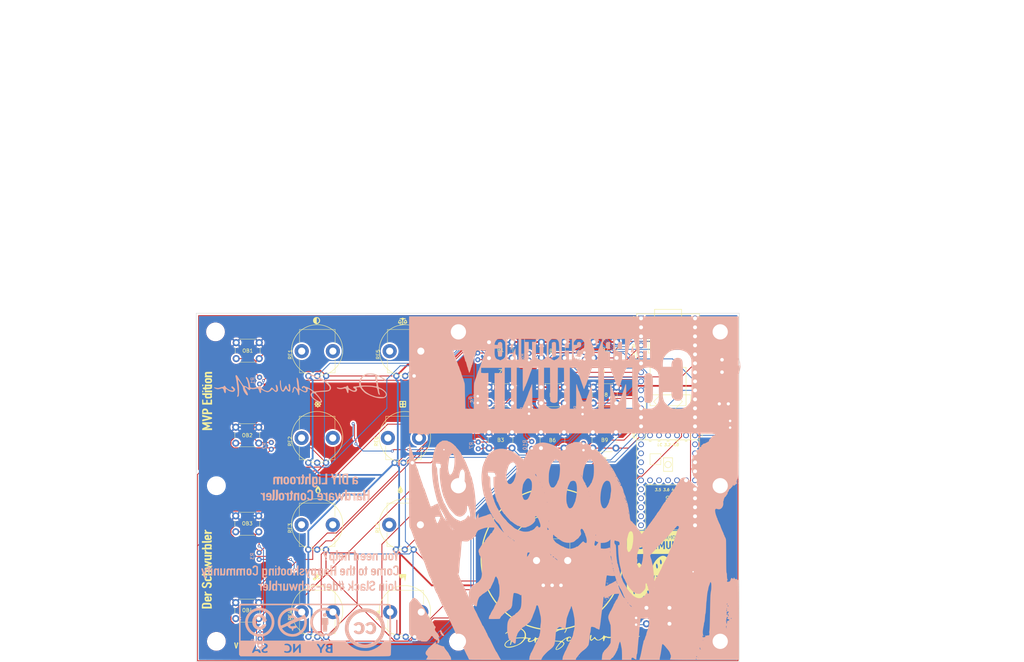
<source format=kicad_pcb>
(kicad_pcb (version 20171130) (host pcbnew "(5.1.4-0-10_14)")
  (title_block (title "Schwurbler - MVP") (date 2020-09-10) (rev 1.2) (company "Happy Shooting Community"))
  (layers (0 F.Cu signal) (31 B.Cu signal) (34 B.Paste user) (35 F.Paste user) (36 B.SilkS user) (37 F.SilkS user) (38 B.Mask user) (39 F.Mask user) (44 Edge.Cuts user))
  (net 0 "")
  (net 1 GND)
  (net 2 "Net-(B1-Pad2)")
  (net 3 "Net-(B2-Pad2)")
  (net 4 "Net-(B3-Pad2)")
  (net 5 "Net-(B4-Pad2)")
  (net 6 "Net-(B5-Pad2)")
  (net 7 "Net-(B6-Pad2)")
  (net 8 "Net-(B7-Pad2)")
  (net 9 "Net-(B8-Pad2)")
  (net 10 "Net-(B9-Pad2)")
  (net 11 "Net-(B10-Pad2)")
  (net 12 "Net-(MCU1-Pad5)")
  (net 13 "Net-(MCU1-Pad4)")
  (net 14 "Net-(MCU1-Pad3)")
  (net 15 "Net-(MCU1-Pad2)")
  (net 16 "Net-(MCU1-Pad37)")
  (net 17 "Net-(MCU1-Pad39)")
  (net 18 "Net-(MCU1-Pad40)")
  (net 19 "Net-(MCU1-Pad41)")
  (net 20 "Net-(MCU1-Pad42)")
  (net 21 "Net-(MCU1-Pad43)")
  (net 22 "Net-(MCU1-Pad44)")
  (net 23 "Net-(MCU1-Pad45)")
  (net 24 "Net-(C1-Pad2)")
  (net 25 "Net-(C1-Pad1)")
  (net 26 "Net-(D1-Pad2)")
  (net 27 "Net-(MCU1-Pad35)")
  (net 28 "Net-(MCU1-Pad38)")
  (module Schwurbler:mvp1.2frontprint (layer F.Cu) (at 152.527 111.379)
    (fp_text reference G*** hide)
    (fp_text value LOGO hide)
  )
  (module Schwurbler:MVP1.2-Bottom (layer B.Cu) (at 153.035 111.887 180)
    (fp_text reference G*** hide)
    (fp_text value LOGO hide)
  )
  (module Schwurbler:Teensy_Schwurbler_Unified_Footprint (layer F.Cu) (at 218.44 94.869 270)
    (fp_text reference MCU1 (at -0.508 -2.286 270) (layer F.SilkS))
    (fp_text value Teensy4.1)
    (fp_text user 6VFT (at -6.604 9.906 135 unlocked) (layer F.SilkS) (effects (font (size 0.25 0.25) (thickness 0.0625) italic)))
    (fp_text user VLH7 (at -11.684 10.414 90 unlocked) (layer F.SilkS) (effects (font (size 0.25 0.25) (thickness 0.0625) italic)))
    (fp_text user MIMXRT1062 (at -13.208 9.398) (layer F.SilkS) (effects (font (size 0.25 0.25) (thickness 0.0625) italic)))
    (fp_text user DVJ6A (at -5.08 12.446) (layer F.SilkS) (effects (font (size 0.25 0.25) (thickness 0.0625) italic)))
    (fp_text user DVL6A (at -12.7 9.906) (layer F.SilkS) (effects (font (size 0.25 0.25) (thickness 0.0625) italic)))
    (fp_text user MIMXRT1062 (at -13.208 9.398) (layer F.SilkS) (effects (font (size 0.25 0.25) (thickness 0.0625) italic)))
    (fp_text user MK64FX512VMD12 (at -3.048 5.334 270) (layer F.SilkS) (effects (font (size 0.25 0.25) (thickness 0.0625) italic)))
    (fp_text user MK66FX1M0VMD18 (at -3.048 5.842 270) (layer F.SilkS) (effects (font (size 0.25 0.25) (thickness 0.0625) italic)))
    (fp_text user VBat (at 15.748 13.97) (layer F.SilkS) (effects (font (size 0.25 0.25) (thickness 0.0625) italic)))
    (fp_text user 3,3V (at -25.908 -0.762 270) (layer F.SilkS) (effects (font (size 0.5 0.5) (thickness 0.125))))
    (fp_text user GND (at -30.988 18.542 270) (layer F.SilkS) (effects (font (size 0.5 0.5) (thickness 0.125))))
    (fp_text user Prog (at 3.556 6.35) (layer F.SilkS) (effects (font (size 0.25 0.25) (thickness 0.0625) italic)))
    (fp_text user Reset (at 15.748 3.81) (layer F.SilkS) (effects (font (size 0.25 0.25) (thickness 0.0625) italic)))
    (fp_text user Vbat (at 3.556 13.97) (layer F.SilkS) (effects (font (size 0.25 0.25) (thickness 0.0625) italic)))
    (fp_text user 3.3V (at 3.556 11.43) (layer F.SilkS) (effects (font (size 0.25 0.25) (thickness 0.0625) italic)))
    (fp_text user GND (at 3.556 8.89) (layer F.SilkS) (effects (font (size 0.25 0.25) (thickness 0.0625) italic)))
    (fp_text user Prog (at 3.556 6.35) (layer F.SilkS) (effects (font (size 0.25 0.25) (thickness 0.0625) italic)))
    (fp_text user DAC (at 3.556 3.81) (layer F.SilkS) (effects (font (size 0.25 0.25) (thickness 0.0625) italic)))
    (fp_text user LED (at 2.032 -0.762 270) (layer F.SilkS) (effects (font (size 0.25 0.25) (thickness 0.0625) italic)))
    (fp_text user M26M (at -6.096 10.414 135 unlocked) (layer F.SilkS) (effects (font (size 0.25 0.25) (thickness 0.0625) italic)))
    (fp_text user MK20DX256 (at -11.684 10.922 90 unlocked) (layer F.SilkS) (effects (font (size 0.25 0.25) (thickness 0.0625) italic)))
    (fp_text user D12 (at 2.032 18.542 270) (layer F.SilkS) (effects (font (size 0.5 0.5) (thickness 0.125))))
    (fp_text user D11 (at -0.508 18.542 270) (layer F.SilkS) (effects (font (size 0.5 0.5) (thickness 0.125))))
    (fp_text user D10 (at -3.048 18.542 270) (layer F.SilkS) (effects (font (size 0.5 0.5) (thickness 0.125))))
    (fp_text user D9 (at -5.588 18.542 270) (layer F.SilkS) (effects (font (size 0.5 0.5) (thickness 0.125))))
    (fp_text user D8 (at -8.128 18.542 270) (layer F.SilkS) (effects (font (size 0.5 0.5) (thickness 0.125))))
    (fp_text user D7 (at -10.668 18.542 270) (layer F.SilkS) (effects (font (size 0.5 0.5) (thickness 0.125))))
    (fp_text user D6 (at -13.208 18.542 270) (layer F.SilkS) (effects (font (size 0.5 0.5) (thickness 0.125))))
    (fp_text user D5 (at -15.748 18.542 270) (layer F.SilkS) (effects (font (size 0.5 0.5) (thickness 0.125))))
    (fp_text user D4 (at -18.288 18.542 270) (layer F.SilkS) (effects (font (size 0.5 0.5) (thickness 0.125))))
    (fp_text user D3 (at -20.828 18.542 270) (layer F.SilkS) (effects (font (size 0.5 0.5) (thickness 0.125))))
    (fp_text user D2 (at -23.368 18.542 270) (layer F.SilkS) (effects (font (size 0.5 0.5) (thickness 0.125))))
    (fp_text user D1 (at -25.908 18.542 270) (layer F.SilkS) (effects (font (size 0.5 0.5) (thickness 0.125))))
    (fp_text user D0 (at -28.448 18.542 270) (layer F.SilkS) (effects (font (size 0.5 0.5) (thickness 0.125))))
    (fp_text user GND (at -30.988 18.542 270) (layer F.SilkS) (effects (font (size 0.5 0.5) (thickness 0.125))))
    (fp_text user D14 (at -0.508 -0.762 270) (layer F.SilkS) (effects (font (size 0.5 0.5) (thickness 0.125))))
    (fp_text user A1 (at -3.048 -0.762 270) (layer F.SilkS) (effects (font (size 0.5 0.5) (thickness 0.125))))
    (fp_text user A2 (at -5.588 -0.762 270) (layer F.SilkS) (effects (font (size 0.5 0.5) (thickness 0.125))))
    (fp_text user A3 (at -8.128 -0.762 270) (layer F.SilkS) (effects (font (size 0.5 0.5) (thickness 0.125))))
    (fp_text user A4 (at -10.668 -0.762 270) (layer F.SilkS) (effects (font (size 0.5 0.5) (thickness 0.125))))
    (fp_text user A5 (at -13.208 -0.762 270) (layer F.SilkS) (effects (font (size 0.5 0.5) (thickness 0.125))))
    (fp_text user A6 (at -15.748 -0.762 270) (layer F.SilkS) (effects (font (size 0.5 0.5) (thickness 0.125))))
    (fp_text user A7 (at -18.288 -0.762 270) (layer F.SilkS) (effects (font (size 0.5 0.5) (thickness 0.125))))
    (fp_text user A8 (at -20.828 -0.762 270) (layer F.SilkS) (effects (font (size 0.5 0.5) (thickness 0.125))))
    (fp_text user A9 (at -23.368 -0.762 270) (layer F.SilkS) (effects (font (size 0.5 0.5) (thickness 0.125))))
    (fp_text user 3,3V (at -25.908 -0.762 270) (layer F.SilkS) (effects (font (size 0.5 0.5) (thickness 0.125))))
    (fp_text user Vin (at -30.988 -0.762 270) (layer F.SilkS) (effects (font (size 0.5 0.5) (thickness 0.125))))
    (fp_text user AGND (at -28.448 -0.762 270) (layer F.SilkS) (effects (font (size 0.5 0.5) (thickness 0.125))))
    (fp_text user "3.5 3.6 4.1" (at 17.272 9.398) (layer F.SilkS) (effects (font (size 0.75 0.75) (thickness 0.15) italic)))
    (fp_text user "LC 3.2 4.0" (at 4.572 8.89 unlocked) (layer F.SilkS) (effects (font (size 0.75 0.75) (thickness 0.15) italic)))
    (fp_text user USB (at -28.575 8.89 180) (layer F.SilkS))
    (fp_text user "Micro SD" (at 22.225 8.89 270) (layer F.SilkS))
    (pad 54 thru_hole circle (at 14.605 3.81 270) (size 1.6 1.6) (drill 1.1) (layers *.Cu *.Mask))
    (pad 53 thru_hole circle (at 14.605 6.35 270) (size 1.6 1.6) (drill 1.1) (layers *.Cu *.Mask))
    (pad 52 thru_hole circle (at 14.605 8.89 270) (size 1.6 1.6) (drill 1.1) (layers *.Cu *.Mask))
    (pad 51 thru_hole circle (at 14.605 11.43 270) (size 1.6 1.6) (drill 1.1) (layers *.Cu *.Mask))
    (pad 50 thru_hole circle (at 14.605 13.97 270) (size 1.6 1.6) (drill 1.1) (layers *.Cu *.Mask))
    (pad 17 thru_hole circle (at 9.525 16.51 270) (size 1.6 1.6) (drill 1.1) (layers *.Cu *.Mask))
    (pad 18 thru_hole circle (at 12.065 16.51 270) (size 1.6 1.6) (drill 1.1) (layers *.Cu *.Mask))
    (pad 19 thru_hole circle (at 14.605 16.51 270) (size 1.6 1.6) (drill 1.1) (layers *.Cu *.Mask))
    (pad 20 thru_hole circle (at 17.145 16.51 270) (size 1.6 1.6) (drill 1.1) (layers *.Cu *.Mask))
    (pad 16 thru_hole circle (at 6.985 16.51 270) (size 1.6 1.6) (drill 1.1) (layers *.Cu *.Mask))
    (pad 15 thru_hole circle (at 4.445 16.51 270) (size 1.6 1.6) (drill 1.1) (layers *.Cu *.Mask))
    (pad 14 thru_hole circle (at 1.905 16.51 270) (size 1.6 1.6) (drill 1.1) (layers *.Cu *.Mask) (net 10 "Net-(B9-Pad2)"))
    (pad 21 thru_hole circle (at 19.685 16.51 270) (size 1.6 1.6) (drill 1.1) (layers *.Cu *.Mask))
    (pad 22 thru_hole circle (at 22.225 16.51 270) (size 1.6 1.6) (drill 1.1) (layers *.Cu *.Mask))
    (pad 23 thru_hole circle (at 24.765 16.51 270) (size 1.6 1.6) (drill 1.1) (layers *.Cu *.Mask))
    (pad 24 thru_hole circle (at 27.305 16.51 270) (size 1.6 1.6) (drill 1.1) (layers *.Cu *.Mask))
    (pad 25 thru_hole circle (at 27.305 1.27 270) (size 1.6 1.6) (drill 1.1) (layers *.Cu *.Mask))
    (pad 26 thru_hole circle (at 24.765 1.27 270) (size 1.6 1.6) (drill 1.1) (layers *.Cu *.Mask))
    (pad 27 thru_hole circle (at 22.225 1.27 270) (size 1.6 1.6) (drill 1.1) (layers *.Cu *.Mask))
    (pad 28 thru_hole circle (at 19.685 1.27 270) (size 1.6 1.6) (drill 1.1) (layers *.Cu *.Mask))
    (pad 29 thru_hole circle (at 17.145 1.27 270) (size 1.6 1.6) (drill 1.1) (layers *.Cu *.Mask))
    (pad 30 thru_hole circle (at 14.605 1.27 270) (size 1.6 1.6) (drill 1.1) (layers *.Cu *.Mask))
    (pad 31 thru_hole circle (at 12.065 1.27 270) (size 1.6 1.6) (drill 1.1) (layers *.Cu *.Mask))
    (pad 32 thru_hole circle (at 9.525 1.27 270) (size 1.6 1.6) (drill 1.1) (layers *.Cu *.Mask))
    (pad 33 thru_hole circle (at 6.985 1.27 270) (size 1.6 1.6) (drill 1.1) (layers *.Cu *.Mask))
    (pad 34 thru_hole circle (at 4.445 1.27 270) (size 1.6 1.6) (drill 1.1) (layers *.Cu *.Mask))
    (pad 13 thru_hole circle (at -0.635 16.51 270) (size 1.6 1.6) (drill 1.1) (layers *.Cu *.Mask) (net 9 "Net-(B8-Pad2)"))
    (pad 12 thru_hole circle (at -3.175 16.51 270) (size 1.6 1.6) (drill 1.1) (layers *.Cu *.Mask) (net 8 "Net-(B7-Pad2)"))
    (pad 11 thru_hole circle (at -5.715 16.51 270) (size 1.6 1.6) (drill 1.1) (layers *.Cu *.Mask) (net 7 "Net-(B6-Pad2)"))
    (pad 10 thru_hole circle (at -8.255 16.51 270) (size 1.6 1.6) (drill 1.1) (layers *.Cu *.Mask) (net 6 "Net-(B5-Pad2)"))
    (pad 9 thru_hole circle (at -10.795 16.51 270) (size 1.6 1.6) (drill 1.1) (layers *.Cu *.Mask) (net 5 "Net-(B4-Pad2)"))
    (pad 8 thru_hole circle (at -13.335 16.51 270) (size 1.6 1.6) (drill 1.1) (layers *.Cu *.Mask) (net 4 "Net-(B3-Pad2)"))
    (pad 7 thru_hole circle (at -15.875 16.51 270) (size 1.6 1.6) (drill 1.1) (layers *.Cu *.Mask) (net 3 "Net-(B2-Pad2)"))
    (pad 6 thru_hole circle (at -18.415 16.51 270) (size 1.6 1.6) (drill 1.1) (layers *.Cu *.Mask) (net 2 "Net-(B1-Pad2)"))
    (pad 5 thru_hole circle (at -20.955 16.51 270) (size 1.6 1.6) (drill 1.1) (layers *.Cu *.Mask) (net 12 "Net-(MCU1-Pad5)"))
    (pad 4 thru_hole circle (at -23.495 16.51 270) (size 1.6 1.6) (drill 1.1) (layers *.Cu *.Mask) (net 13 "Net-(MCU1-Pad4)"))
    (pad 3 thru_hole circle (at -26.035 16.51 270) (size 1.6 1.6) (drill 1.1) (layers *.Cu *.Mask) (net 14 "Net-(MCU1-Pad3)"))
    (pad 2 thru_hole circle (at -28.575 16.51 270) (size 1.6 1.6) (drill 1.1) (layers *.Cu *.Mask) (net 15 "Net-(MCU1-Pad2)"))
    (pad 1 thru_hole rect (at -31.115 16.51 270) (size 1.6 1.6) (drill 1.1) (layers *.Cu *.Mask) (net 1 GND))
    (pad 35 thru_hole circle (at 1.905 1.27 270) (size 1.6 1.6) (drill 1.1) (layers *.Cu *.Mask) (net 27 "Net-(MCU1-Pad35)"))
    (pad 36 thru_hole circle (at -0.635 1.27 270) (size 1.6 1.6) (drill 1.1) (layers *.Cu *.Mask) (net 11 "Net-(B10-Pad2)"))
    (pad 37 thru_hole circle (at -3.175 1.27 270) (size 1.6 1.6) (drill 1.1) (layers *.Cu *.Mask) (net 16 "Net-(MCU1-Pad37)"))
    (pad 38 thru_hole circle (at -5.715 1.27 270) (size 1.6 1.6) (drill 1.1) (layers *.Cu *.Mask) (net 28 "Net-(MCU1-Pad38)"))
    (pad 39 thru_hole circle (at -8.255 1.27 270) (size 1.6 1.6) (drill 1.1) (layers *.Cu *.Mask) (net 17 "Net-(MCU1-Pad39)"))
    (pad 40 thru_hole circle (at -10.795 1.27 270) (size 1.6 1.6) (drill 1.1) (layers *.Cu *.Mask) (net 18 "Net-(MCU1-Pad40)"))
    (pad 41 thru_hole circle (at -13.335 1.27 270) (size 1.6 1.6) (drill 1.1) (layers *.Cu *.Mask) (net 19 "Net-(MCU1-Pad41)"))
    (pad 42 thru_hole circle (at -15.875 1.27 270) (size 1.6 1.6) (drill 1.1) (layers *.Cu *.Mask) (net 20 "Net-(MCU1-Pad42)"))
    (pad 43 thru_hole circle (at -18.415 1.27 270) (size 1.6 1.6) (drill 1.1) (layers *.Cu *.Mask) (net 21 "Net-(MCU1-Pad43)"))
    (pad 44 thru_hole circle (at -20.955 1.27 270) (size 1.6 1.6) (drill 1.1) (layers *.Cu *.Mask) (net 22 "Net-(MCU1-Pad44)"))
    (pad 45 thru_hole circle (at -23.495 1.27 270) (size 1.6 1.6) (drill 1.1) (layers *.Cu *.Mask) (net 23 "Net-(MCU1-Pad45)"))
    (pad 46 thru_hole circle (at -26.035 1.27 270) (size 1.6 1.6) (drill 1.1) (layers *.Cu *.Mask) (net 25 "Net-(C1-Pad1)"))
    (pad 47 thru_hole circle (at -28.575 1.27 270) (size 1.6 1.6) (drill 1.1) (layers *.Cu *.Mask) (net 24 "Net-(C1-Pad2)"))
    (pad 48 thru_hole circle (at -31.115 1.27 270) (size 1.6 1.6) (drill 1.1) (layers *.Cu *.Mask))
    (pad 68 thru_hole circle (at 1.905 8.89 270) (size 1.6 1.6) (drill 1.1) (layers *.Cu))
    (pad 69 thru_hole circle (at 1.905 6.35 270) (size 1.6 1.6) (drill 1.1) (layers *.Cu))
    (pad 70 thru_hole circle (at 1.905 3.81 270) (size 1.6 1.6) (drill 1.1) (layers *.Cu))
    (pad 71 thru_hole circle (at 1.905 11.43 270) (size 1.6 1.6) (drill 1.1) (layers *.Cu))
    (pad 72 thru_hole circle (at 1.905 13.97 270) (size 1.6 1.6) (drill 1.1) (layers *.Cu))
  )
  (module Button_Switch_THT:SW_PUSH_6mm_H5mm (layer F.Cu) (at 87.63 70.612)
    (fp_text reference OB1 (at 3.25 2.286) (layer F.SilkS))
    (fp_text value "optional monumentary switch Buttons" hide)
    (pad 1 thru_hole circle (at 6.5 0 90) (size 2 2) (drill 1.1) (layers *.Cu *.Mask) (net 1 GND))
    (pad 2 thru_hole circle (at 6.5 4.5 90) (size 2 2) (drill 1.1) (layers *.Cu *.Mask) (net 15 "Net-(MCU1-Pad2)"))
    (pad 1 thru_hole circle (at 0 0 90) (size 2 2) (drill 1.1) (layers *.Cu *.Mask) (net 1 GND))
    (pad 2 thru_hole circle (at 0 4.5 90) (size 2 2) (drill 1.1) (layers *.Cu *.Mask) (net 15 "Net-(MCU1-Pad2)"))
  )
  (module Button_Switch_THT:SW_PUSH_6mm_H5mm (layer F.Cu) (at 87.503 94.488)
    (fp_text reference OB2 (at 3.25 2.286) (layer F.SilkS))
    (fp_text value "monumentary switch Button" hide)
    (pad 1 thru_hole circle (at 6.5 0 90) (size 2 2) (drill 1.1) (layers *.Cu *.Mask) (net 1 GND))
    (pad 2 thru_hole circle (at 6.5 4.5 90) (size 2 2) (drill 1.1) (layers *.Cu *.Mask) (net 14 "Net-(MCU1-Pad3)"))
    (pad 1 thru_hole circle (at 0 0 90) (size 2 2) (drill 1.1) (layers *.Cu *.Mask) (net 1 GND))
    (pad 2 thru_hole circle (at 0 4.5 90) (size 2 2) (drill 1.1) (layers *.Cu *.Mask) (net 14 "Net-(MCU1-Pad3)"))
  )
  (module Button_Switch_THT:SW_PUSH_6mm_H5mm (layer F.Cu) (at 87.503 119.507)
    (fp_text reference OB3 (at 3.25 2.159) (layer F.SilkS))
    (fp_text value "monumentary switch Button" hide)
    (pad 1 thru_hole circle (at 6.5 0 90) (size 2 2) (drill 1.1) (layers *.Cu *.Mask) (net 1 GND))
    (pad 2 thru_hole circle (at 6.5 4.5 90) (size 2 2) (drill 1.1) (layers *.Cu *.Mask) (net 13 "Net-(MCU1-Pad4)"))
    (pad 1 thru_hole circle (at 0 0 90) (size 2 2) (drill 1.1) (layers *.Cu *.Mask) (net 1 GND))
    (pad 2 thru_hole circle (at 0 4.5 90) (size 2 2) (drill 1.1) (layers *.Cu *.Mask) (net 13 "Net-(MCU1-Pad4)"))
  )
  (module MountingHole:MountingHole_4.3mm_M4 (layer F.Cu) (at 82.042 154.94)
    (fp_text reference MHBL hide)
    (fp_text value MountingHole_4.3mm_M4 hide)
    (pad 1 np_thru_hole circle (at 0 0) (size 4.3 4.3) (drill 4.3) (layers *.Cu *.Mask))
  )
  (module MountingHole:MountingHole_4.3mm_M4 (layer F.Cu) (at 82.042 110.998 90)
    (fp_text reference MHML hide)
    (fp_text value MountingHole_4.3mm_M4 hide)
    (pad 1 np_thru_hole circle (at 0 0 90) (size 4.3 4.3) (drill 4.3) (layers *.Cu *.Mask))
  )
  (module MountingHole:MountingHole_4.3mm_M4 (layer F.Cu) (at 81.788 67.564 90)
    (fp_text reference MHTL hide)
    (fp_text value MountingHole_4.3mm_M4 hide)
    (pad 1 np_thru_hole circle (at 0 0 90) (size 4.3 4.3) (drill 4.3) (layers *.Cu *.Mask))
  )
  (module MountingHole:MountingHole_4.3mm_M4 (layer F.Cu) (at 150.368 67.564)
    (fp_text reference MHTC hide)
    (fp_text value MountingHole_4.3mm_M4 hide)
    (pad 1 np_thru_hole circle (at 0 0) (size 4.3 4.3) (drill 4.3) (layers *.Cu *.Mask))
  )
  (module MountingHole:MountingHole_4.3mm_M4 (layer F.Cu) (at 150.368 111)
    (fp_text reference MHMC hide)
    (fp_text value MountingHole_4.3mm_M4 hide)
    (pad 1 np_thru_hole circle (at 0 0) (size 4.3 4.3) (drill 4.3) (layers *.Cu *.Mask))
  )
  (module MountingHole:MountingHole_4.3mm_M4 (layer F.Cu) (at 150.368 154.94)
    (fp_text reference MHBC hide)
    (fp_text value MountingHole_4.3mm_M4 hide)
    (pad 1 np_thru_hole circle (at 0 0) (size 4.3 4.3) (drill 4.3) (layers *.Cu *.Mask))
  )
  (module MountingHole:MountingHole_4.3mm_M4 (layer F.Cu) (at 224.282 111)
    (fp_text reference MHMR hide)
    (fp_text value MountingHole_4.3mm_M4 hide)
    (pad 1 np_thru_hole circle (at 0 0) (size 4.3 4.3) (drill 4.3) (layers *.Cu *.Mask))
  )
  (module MountingHole:MountingHole_4.3mm_M4 (layer F.Cu) (at 224.282 154.94)
    (fp_text reference MHBR hide)
    (fp_text value MountingHole_4.3mm_M4 hide)
    (pad 1 np_thru_hole circle (at 0 0) (size 4.3 4.3) (drill 4.3) (layers *.Cu *.Mask))
  )
  (module MountingHole:MountingHole_4.3mm_M4 (layer F.Cu) (at 224.282 67.564)
    (fp_text reference MHTR hide)
    (fp_text value MountingHole_4.3mm_M4 hide)
    (pad 1 np_thru_hole circle (at 0 0) (size 4.3 4.3) (drill 4.3) (layers *.Cu *.Mask))
  )
  (module Button_Switch_THT:SW_PUSH_6mm_H5mm (layer F.Cu) (at 188.532 70.4215)
    (fp_text reference B7 (at 3.302 2.159) (layer F.SilkS))
    (fp_text value "monumentary switch Buttons" hide)
    (pad 1 thru_hole circle (at 6.5 0 90) (size 2 2) (drill 1.1) (layers *.Cu *.Mask) (net 1 GND))
    (pad 2 thru_hole circle (at 6.5 4.5 90) (size 2 2) (drill 1.1) (layers *.Cu *.Mask) (net 8 "Net-(B7-Pad2)"))
    (pad 1 thru_hole circle (at 0 0 90) (size 2 2) (drill 1.1) (layers *.Cu *.Mask) (net 1 GND))
    (pad 2 thru_hole circle (at 0 4.5 90) (size 2 2) (drill 1.1) (layers *.Cu *.Mask) (net 8 "Net-(B7-Pad2)"))
  )
  (module Button_Switch_THT:SW_PUSH_6mm_H5mm (layer F.Cu) (at 173.672 95.885)
    (fp_text reference B6 (at 3.25 2.286) (layer F.SilkS))
    (fp_text value "monumentary switch Buttons" hide)
    (pad 1 thru_hole circle (at 6.5 0 90) (size 2 2) (drill 1.1) (layers *.Cu *.Mask) (net 1 GND))
    (pad 2 thru_hole circle (at 6.5 4.5 90) (size 2 2) (drill 1.1) (layers *.Cu *.Mask) (net 7 "Net-(B6-Pad2)"))
    (pad 1 thru_hole circle (at 0 0 90) (size 2 2) (drill 1.1) (layers *.Cu *.Mask) (net 1 GND))
    (pad 2 thru_hole circle (at 0 4.5 90) (size 2 2) (drill 1.1) (layers *.Cu *.Mask) (net 7 "Net-(B6-Pad2)"))
  )
  (module Resistor_THT:R_Axial_DIN0204_L3.6mm_D1.6mm_P1.90mm_Vertical (layer B.Cu) (at 227.076 92.71 270)
    (fp_text reference R15 (at 0.95 1.92 270) (layer B.SilkS) (effects (justify mirror)))
    (fp_text value " 470Ohm (optional)" hide)
    (pad 2 thru_hole oval (at 1.9 0 270) (size 1.4 1.4) (drill 0.7) (layers *.Cu *.Mask) (net 27 "Net-(MCU1-Pad35)"))
    (pad 1 thru_hole circle (at 0 0 270) (size 1.4 1.4) (drill 0.7) (layers *.Cu *.Mask) (net 26 "Net-(D1-Pad2)"))
  )
  (module Resistor_THT:R_Axial_DIN0204_L3.6mm_D1.6mm_P1.90mm_Vertical (layer B.Cu) (at 200.533 148.336 270)
    (fp_text reference R14 (at 0.95 1.92 270) (layer B.SilkS) (effects (justify mirror)))
    (fp_text value " 10kOhm (optional)" hide)
    (pad 2 thru_hole oval (at 1.9 0 270) (size 1.4 1.4) (drill 0.7) (layers *.Cu *.Mask) (net 11 "Net-(B10-Pad2)"))
    (pad 1 thru_hole circle (at 0 0 270) (size 1.4 1.4) (drill 0.7) (layers *.Cu *.Mask) (net 25 "Net-(C1-Pad1)"))
  )
  (module Resistor_THT:R_Axial_DIN0204_L3.6mm_D1.6mm_P1.90mm_Vertical (layer B.Cu) (at 185.674 99.06 270)
    (fp_text reference R13 (at 0.95 1.92 270) (layer B.SilkS) (effects (justify mirror)))
    (fp_text value " 10kOhm (optional)" hide)
    (pad 2 thru_hole oval (at 1.9 0 270) (size 1.4 1.4) (drill 0.7) (layers *.Cu *.Mask) (net 10 "Net-(B9-Pad2)"))
    (pad 1 thru_hole circle (at 0 0 270) (size 1.4 1.4) (drill 0.7) (layers *.Cu *.Mask) (net 25 "Net-(C1-Pad1)"))
  )
  (module Resistor_THT:R_Axial_DIN0204_L3.6mm_D1.6mm_P1.90mm_Vertical (layer B.Cu) (at 185.42 88.9 270)
    (fp_text reference R12 (at 0.95 1.92 270) (layer B.SilkS) (effects (justify mirror)))
    (fp_text value " 10kOhm (optional)" hide)
    (pad 2 thru_hole oval (at 1.9 0 270) (size 1.4 1.4) (drill 0.7) (layers *.Cu *.Mask) (net 9 "Net-(B8-Pad2)"))
    (pad 1 thru_hole circle (at 0 0 270) (size 1.4 1.4) (drill 0.7) (layers *.Cu *.Mask) (net 25 "Net-(C1-Pad1)"))
  )
  (module Resistor_THT:R_Axial_DIN0204_L3.6mm_D1.6mm_P1.90mm_Vertical (layer B.Cu) (at 185.928 73.406 270)
    (fp_text reference R11 (at 0.95 1.92 270) (layer B.SilkS) (effects (justify mirror)))
    (fp_text value " 10kOhm (optional)" hide)
    (pad 2 thru_hole oval (at 1.9 0 270) (size 1.4 1.4) (drill 0.7) (layers *.Cu *.Mask) (net 8 "Net-(B7-Pad2)"))
    (pad 1 thru_hole circle (at 0 0 270) (size 1.4 1.4) (drill 0.7) (layers *.Cu *.Mask) (net 25 "Net-(C1-Pad1)"))
  )
  (module Resistor_THT:R_Axial_DIN0204_L3.6mm_D1.6mm_P1.90mm_Vertical (layer B.Cu) (at 171.069 98.552 270)
    (fp_text reference R10 (at 0.95 1.92 270) (layer B.SilkS) (effects (justify mirror)))
    (fp_text value " 10kOhm (optional)" hide)
    (pad 2 thru_hole oval (at 1.9 0 270) (size 1.4 1.4) (drill 0.7) (layers *.Cu *.Mask) (net 7 "Net-(B6-Pad2)"))
    (pad 1 thru_hole circle (at 0 0 270) (size 1.4 1.4) (drill 0.7) (layers *.Cu *.Mask) (net 25 "Net-(C1-Pad1)"))
  )
  (module Resistor_THT:R_Axial_DIN0204_L3.6mm_D1.6mm_P1.90mm_Vertical (layer B.Cu) (at 170.307 88.773 270)
    (fp_text reference R9 (at 0.95 1.92 270) (layer B.SilkS) (effects (justify mirror)))
    (fp_text value " 10kOhm (optional)" hide)
    (pad 2 thru_hole oval (at 1.9 0 270) (size 1.4 1.4) (drill 0.7) (layers *.Cu *.Mask) (net 6 "Net-(B5-Pad2)"))
    (pad 1 thru_hole circle (at 0 0 270) (size 1.4 1.4) (drill 0.7) (layers *.Cu *.Mask) (net 25 "Net-(C1-Pad1)"))
  )
  (module Resistor_THT:R_Axial_DIN0204_L3.6mm_D1.6mm_P1.90mm_Vertical (layer B.Cu) (at 170.307 73.66 270)
    (fp_text reference R8 (at 0.95 1.92 270) (layer B.SilkS) (effects (justify mirror)))
    (fp_text value " 10kOhm (optional)" hide)
    (pad 2 thru_hole oval (at 1.9 0 270) (size 1.4 1.4) (drill 0.7) (layers *.Cu *.Mask) (net 5 "Net-(B4-Pad2)"))
    (pad 1 thru_hole circle (at 0 0 270) (size 1.4 1.4) (drill 0.7) (layers *.Cu *.Mask) (net 25 "Net-(C1-Pad1)"))
  )
  (module Resistor_THT:R_Axial_DIN0204_L3.6mm_D1.6mm_P1.90mm_Vertical (layer B.Cu) (at 155.956 98.679 270)
    (fp_text reference R7 (at 0.95 1.92 270) (layer B.SilkS) (effects (justify mirror)))
    (fp_text value " 10kOhm (optional)" hide)
    (pad 2 thru_hole oval (at 1.9 0 270) (size 1.4 1.4) (drill 0.7) (layers *.Cu *.Mask) (net 4 "Net-(B3-Pad2)"))
    (pad 1 thru_hole circle (at 0 0 270) (size 1.4 1.4) (drill 0.7) (layers *.Cu *.Mask) (net 25 "Net-(C1-Pad1)"))
  )
  (module Resistor_THT:R_Axial_DIN0204_L3.6mm_D1.6mm_P1.90mm_Vertical (layer B.Cu) (at 155.829 85.725 270)
    (fp_text reference Re (at 0.95 1.92 270) (layer B.SilkS) (effects (justify mirror)))
    (fp_text value " 10kOhm (optional)" hide)
    (pad 2 thru_hole oval (at 1.9 0 270) (size 1.4 1.4) (drill 0.7) (layers *.Cu *.Mask) (net 3 "Net-(B2-Pad2)"))
    (pad 1 thru_hole circle (at 0 0 270) (size 1.4 1.4) (drill 0.7) (layers *.Cu *.Mask) (net 25 "Net-(C1-Pad1)"))
  )
  (module Resistor_THT:R_Axial_DIN0204_L3.6mm_D1.6mm_P1.90mm_Vertical (layer B.Cu) (at 155.829 73.533 270)
    (fp_text reference R5 (at 0.95 1.92 270) (layer B.SilkS) (effects (justify mirror)))
    (fp_text value " 10kOhm (optional)" hide)
    (pad 2 thru_hole oval (at 1.9 0 270) (size 1.4 1.4) (drill 0.7) (layers *.Cu *.Mask) (net 2 "Net-(B1-Pad2)"))
    (pad 1 thru_hole circle (at 0 0 270) (size 1.4 1.4) (drill 0.7) (layers *.Cu *.Mask) (net 25 "Net-(C1-Pad1)"))
  )
  (module Resistor_THT:R_Axial_DIN0204_L3.6mm_D1.6mm_P1.90mm_Vertical (layer B.Cu) (at 94.361 154.178 270)
    (fp_text reference R4 (at 0.95 1.92 270) (layer B.SilkS) (effects (justify mirror)))
    (fp_text value " 10kOhm (optional)" hide)
    (pad 2 thru_hole oval (at 1.9 0 270) (size 1.4 1.4) (drill 0.7) (layers *.Cu *.Mask) (net 25 "Net-(C1-Pad1)"))
    (pad 1 thru_hole circle (at 0 0 270) (size 1.4 1.4) (drill 0.7) (layers *.Cu *.Mask) (net 12 "Net-(MCU1-Pad5)"))
  )
  (module Resistor_THT:R_Axial_DIN0204_L3.6mm_D1.6mm_P1.90mm_Vertical (layer B.Cu) (at 94.107 129.926 270)
    (fp_text reference R3 (at 0.95 1.92 270) (layer B.SilkS) (effects (justify mirror)))
    (fp_text value " 10kOhm (optional)" hide)
    (pad 2 thru_hole oval (at 1.9 0 270) (size 1.4 1.4) (drill 0.7) (layers *.Cu *.Mask) (net 25 "Net-(C1-Pad1)"))
    (pad 1 thru_hole circle (at 0 0 270) (size 1.4 1.4) (drill 0.7) (layers *.Cu *.Mask) (net 13 "Net-(MCU1-Pad4)"))
  )
  (module Resistor_THT:R_Axial_DIN0204_L3.6mm_D1.6mm_P1.90mm_Vertical (layer B.Cu) (at 97.536 98.806 270)
    (fp_text reference R2 (at 0.95 1.92 270) (layer B.SilkS) (effects (justify mirror)))
    (fp_text value " 10kOhm (optional)" hide)
    (pad 2 thru_hole oval (at 1.9 0 270) (size 1.4 1.4) (drill 0.7) (layers *.Cu *.Mask) (net 25 "Net-(C1-Pad1)"))
    (pad 1 thru_hole circle (at 0 0 270) (size 1.4 1.4) (drill 0.7) (layers *.Cu *.Mask) (net 14 "Net-(MCU1-Pad3)"))
  )
  (module Resistor_THT:R_Axial_DIN0204_L3.6mm_D1.6mm_P1.90mm_Vertical (layer B.Cu) (at 94.234 80.391 270)
    (fp_text reference R1 (at 0.95 1.92 270) (layer B.SilkS) (effects (justify mirror)))
    (fp_text value " 10kOhm (optional)" hide)
    (pad 2 thru_hole oval (at 1.9 0 270) (size 1.4 1.4) (drill 0.7) (layers *.Cu *.Mask) (net 25 "Net-(C1-Pad1)"))
    (pad 1 thru_hole circle (at 0 0 270) (size 1.4 1.4) (drill 0.7) (layers *.Cu *.Mask) (net 15 "Net-(MCU1-Pad2)"))
  )
  (module LED_THT:LED_D5.0mm (layer F.Cu) (at 224.028 87.884)
    (fp_text reference D1 (at 1.27 -3.96) (layer F.SilkS))
    (fp_text value LED)
    (pad 2 thru_hole circle (at 2.54 0) (size 1.8 1.8) (drill 0.9) (layers *.Cu *.Mask) (net 26 "Net-(D1-Pad2)"))
    (pad 1 thru_hole rect (at 0 0) (size 1.8 1.8) (drill 0.9) (layers *.Cu *.Mask) (net 1 GND))
  )
  (module Capacitor_THT:CP_Radial_D10.0mm_P3.50mm (layer B.Cu) (at 224.79 75.438 270)
    (fp_text reference C1 (at 1.75 6.25 270) (layer B.SilkS) (effects (justify mirror)))
    (fp_text value optional hide)
    (pad 2 thru_hole circle (at 3.5 0 270) (size 2 2) (drill 1) (layers *.Cu *.Mask) (net 24 "Net-(C1-Pad2)"))
    (pad 1 thru_hole rect (at 0 0 270) (size 2 2) (drill 1) (layers *.Cu *.Mask) (net 25 "Net-(C1-Pad1)"))
  )
  (module Button_Switch_THT:SW_PUSH_6mm_H5mm (layer F.Cu) (at 159.004 95.885)
    (fp_text reference B3 (at 3.302 2.2225) (layer F.SilkS))
    (fp_text value "monumentary switch Buttons" hide)
    (pad 1 thru_hole circle (at 6.5 0 90) (size 2 2) (drill 1.1) (layers *.Cu *.Mask) (net 1 GND))
    (pad 2 thru_hole circle (at 6.5 4.5 90) (size 2 2) (drill 1.1) (layers *.Cu *.Mask) (net 4 "Net-(B3-Pad2)"))
    (pad 1 thru_hole circle (at 0 0 90) (size 2 2) (drill 1.1) (layers *.Cu *.Mask) (net 1 GND))
    (pad 2 thru_hole circle (at 0 4.5 90) (size 2 2) (drill 1.1) (layers *.Cu *.Mask) (net 4 "Net-(B3-Pad2)"))
  )
  (module Button_Switch_THT:SW_PUSH_6mm_H5mm (layer F.Cu) (at 203.454 145.478)
    (fp_text reference B10 (at 3.302 2.0955) (layer F.SilkS))
    (fp_text value "monumentary switch Buttons" hide)
    (pad 1 thru_hole circle (at 6.5 0 90) (size 2 2) (drill 1.1) (layers *.Cu *.Mask) (net 1 GND))
    (pad 2 thru_hole circle (at 6.5 4.5 90) (size 2 2) (drill 1.1) (layers *.Cu *.Mask) (net 11 "Net-(B10-Pad2)"))
    (pad 1 thru_hole circle (at 0 0 90) (size 2 2) (drill 1.1) (layers *.Cu *.Mask) (net 1 GND))
    (pad 2 thru_hole circle (at 0 4.5 90) (size 2 2) (drill 1.1) (layers *.Cu *.Mask) (net 11 "Net-(B10-Pad2)"))
  )
  (module Potentiometer_THT:Potentiometer_Alps_RK09K_Single_Vertical (layer F.Cu) (at 112.99 129.032 90)
    (fp_text reference RE3 (at 6.05 -10.15 90) (layer F.SilkS))
    (fp_text value 10k)
    (pad "" np_thru_hole circle (at 7 1.9 90) (size 4 4) (drill 2) (layers *.Cu *.Mask))
    (pad "" np_thru_hole circle (at 7 -6.9 90) (size 4 4) (drill 2) (layers *.Cu *.Mask))
    (pad 1 thru_hole circle (at 0 0 90) (size 1.8 1.8) (drill 1) (layers *.Cu *.Mask) (net 25 "Net-(C1-Pad1)"))
    (pad 2 thru_hole circle (at 0 -2.5 90) (size 1.8 1.8) (drill 1) (layers *.Cu *.Mask) (net 21 "Net-(MCU1-Pad43)"))
    (pad 3 thru_hole circle (at 0 -5 90) (size 1.8 1.8) (drill 1) (layers *.Cu *.Mask) (net 24 "Net-(C1-Pad2)"))
  )
  (module Potentiometer_THT:Potentiometer_Alps_RK09K_Single_Vertical (layer F.Cu) (at 137.35 104.521 90)
    (fp_text reference RE6 (at 6.05 -10.15 90) (layer F.SilkS))
    (fp_text value 10k)
    (pad "" np_thru_hole circle (at 7 1.9 90) (size 4 4) (drill 2) (layers *.Cu *.Mask))
    (pad "" np_thru_hole circle (at 7 -6.9 90) (size 4 4) (drill 2) (layers *.Cu *.Mask))
    (pad 1 thru_hole circle (at 0 0 90) (size 1.8 1.8) (drill 1) (layers *.Cu *.Mask) (net 25 "Net-(C1-Pad1)"))
    (pad 2 thru_hole circle (at 0 -2.5 90) (size 1.8 1.8) (drill 1) (layers *.Cu *.Mask) (net 18 "Net-(MCU1-Pad40)"))
    (pad 3 thru_hole circle (at 0 -5 90) (size 1.8 1.8) (drill 1) (layers *.Cu *.Mask) (net 24 "Net-(C1-Pad2)"))
  )
  (module Potentiometer_THT:Potentiometer_Alps_RK09K_Single_Vertical (layer F.Cu) (at 113.03 153.67 90)
    (fp_text reference RE4 (at 6.05 -10.15 90) (layer F.SilkS))
    (fp_text value 10k)
    (pad "" np_thru_hole circle (at 7 1.9 90) (size 4 4) (drill 2) (layers *.Cu *.Mask))
    (pad "" np_thru_hole circle (at 7 -6.9 90) (size 4 4) (drill 2) (layers *.Cu *.Mask))
    (pad 1 thru_hole circle (at 0 0 90) (size 1.8 1.8) (drill 1) (layers *.Cu *.Mask) (net 25 "Net-(C1-Pad1)"))
    (pad 2 thru_hole circle (at 0 -2.5 90) (size 1.8 1.8) (drill 1) (layers *.Cu *.Mask) (net 20 "Net-(MCU1-Pad42)"))
    (pad 3 thru_hole circle (at 0 -5 90) (size 1.8 1.8) (drill 1) (layers *.Cu *.Mask) (net 24 "Net-(C1-Pad2)"))
  )
  (module Potentiometer_THT:Potentiometer_Alps_RK09K_Single_Vertical (layer F.Cu) (at 179.324 139.128 90)
    (fp_text reference RE9 (at 6.05 -10.15 90) (layer F.SilkS))
    (fp_text value 10k)
    (pad "" np_thru_hole circle (at 7 1.9 90) (size 4 4) (drill 2) (layers *.Cu *.Mask))
    (pad "" np_thru_hole circle (at 7 -6.9 90) (size 4 4) (drill 2) (layers *.Cu *.Mask))
    (pad 1 thru_hole circle (at 0 0 90) (size 1.8 1.8) (drill 1) (layers *.Cu *.Mask) (net 25 "Net-(C1-Pad1)"))
    (pad 2 thru_hole circle (at 0 -2.5 90) (size 1.8 1.8) (drill 1) (layers *.Cu *.Mask) (net 16 "Net-(MCU1-Pad37)"))
    (pad 3 thru_hole circle (at 0 -5 90) (size 1.8 1.8) (drill 1) (layers *.Cu *.Mask) (net 24 "Net-(C1-Pad2)"))
  )
  (module Potentiometer_THT:Potentiometer_Alps_RK09K_Single_Vertical (layer F.Cu) (at 137.986 153.67 90)
    (fp_text reference RE8 (at 6.05 -10.15 90) (layer F.SilkS))
    (fp_text value 10k)
    (pad "" np_thru_hole circle (at 7 1.9 90) (size 4 4) (drill 2) (layers *.Cu *.Mask))
    (pad "" np_thru_hole circle (at 7 -6.9 90) (size 4 4) (drill 2) (layers *.Cu *.Mask))
    (pad 1 thru_hole circle (at 0 0 90) (size 1.8 1.8) (drill 1) (layers *.Cu *.Mask) (net 25 "Net-(C1-Pad1)"))
    (pad 2 thru_hole circle (at 0 -2.5 90) (size 1.8 1.8) (drill 1) (layers *.Cu *.Mask) (net 28 "Net-(MCU1-Pad38)"))
    (pad 3 thru_hole circle (at 0 -5 90) (size 1.8 1.8) (drill 1) (layers *.Cu *.Mask) (net 24 "Net-(C1-Pad2)"))
  )
  (module Potentiometer_THT:Potentiometer_Alps_RK09K_Single_Vertical (layer F.Cu) (at 137.732 129.032 90)
    (fp_text reference RE7 (at 6.05 -10.15 90) (layer F.SilkS))
    (fp_text value 10k)
    (pad "" np_thru_hole circle (at 7 1.9 90) (size 4 4) (drill 2) (layers *.Cu *.Mask))
    (pad "" np_thru_hole circle (at 7 -6.9 90) (size 4 4) (drill 2) (layers *.Cu *.Mask))
    (pad 1 thru_hole circle (at 0 0 90) (size 1.8 1.8) (drill 1) (layers *.Cu *.Mask) (net 25 "Net-(C1-Pad1)"))
    (pad 2 thru_hole circle (at 0 -2.5 90) (size 1.8 1.8) (drill 1) (layers *.Cu *.Mask) (net 17 "Net-(MCU1-Pad39)"))
    (pad 3 thru_hole circle (at 0 -5 90) (size 1.8 1.8) (drill 1) (layers *.Cu *.Mask) (net 24 "Net-(C1-Pad2)"))
  )
  (module Potentiometer_THT:Potentiometer_Alps_RK09K_Single_Vertical (layer F.Cu) (at 137.858 80.01 90)
    (fp_text reference RE5 (at 6.05 -10.15 90) (layer F.SilkS))
    (fp_text value 10k)
    (pad "" np_thru_hole circle (at 7 1.9 90) (size 4 4) (drill 2) (layers *.Cu *.Mask))
    (pad "" np_thru_hole circle (at 7 -6.9 90) (size 4 4) (drill 2) (layers *.Cu *.Mask))
    (pad 1 thru_hole circle (at 0 0 90) (size 1.8 1.8) (drill 1) (layers *.Cu *.Mask) (net 25 "Net-(C1-Pad1)"))
    (pad 2 thru_hole circle (at 0 -2.5 90) (size 1.8 1.8) (drill 1) (layers *.Cu *.Mask) (net 19 "Net-(MCU1-Pad41)"))
    (pad 3 thru_hole circle (at 0 -5 90) (size 1.8 1.8) (drill 1) (layers *.Cu *.Mask) (net 24 "Net-(C1-Pad2)"))
  )
  (module Potentiometer_THT:Potentiometer_Alps_RK09K_Single_Vertical (layer F.Cu) (at 112.99 104.521 90)
    (fp_text reference RE2 (at 6.05 -10.15 90) (layer F.SilkS))
    (fp_text value 10k)
    (pad "" np_thru_hole circle (at 7 1.9 90) (size 4 4) (drill 2) (layers *.Cu *.Mask))
    (pad "" np_thru_hole circle (at 7 -6.9 90) (size 4 4) (drill 2) (layers *.Cu *.Mask))
    (pad 1 thru_hole circle (at 0 0 90) (size 1.8 1.8) (drill 1) (layers *.Cu *.Mask) (net 25 "Net-(C1-Pad1)"))
    (pad 2 thru_hole circle (at 0 -2.5 90) (size 1.8 1.8) (drill 1) (layers *.Cu *.Mask) (net 22 "Net-(MCU1-Pad44)"))
    (pad 3 thru_hole circle (at 0 -5 90) (size 1.8 1.8) (drill 1) (layers *.Cu *.Mask) (net 24 "Net-(C1-Pad2)"))
  )
  (module Potentiometer_THT:Potentiometer_Alps_RK09K_Single_Vertical (layer F.Cu) (at 113.03 80.01 90)
    (fp_text reference RE1 (at 6.05 -10.15 90) (layer F.SilkS))
    (fp_text value 10k)
    (pad "" np_thru_hole circle (at 7 1.9 90) (size 4 4) (drill 2) (layers *.Cu *.Mask))
    (pad "" np_thru_hole circle (at 7 -6.9 90) (size 4 4) (drill 2) (layers *.Cu *.Mask))
    (pad 1 thru_hole circle (at 0 0 90) (size 1.8 1.8) (drill 1) (layers *.Cu *.Mask) (net 25 "Net-(C1-Pad1)"))
    (pad 2 thru_hole circle (at 0 -2.5 90) (size 1.8 1.8) (drill 1) (layers *.Cu *.Mask) (net 23 "Net-(MCU1-Pad45)"))
    (pad 3 thru_hole circle (at 0 -5 90) (size 1.8 1.8) (drill 1) (layers *.Cu *.Mask) (net 24 "Net-(C1-Pad2)"))
  )
  (module Button_Switch_THT:SW_PUSH_6mm_H5mm (layer F.Cu) (at 87.503 144.018)
    (fp_text reference OB4 (at 3.302 2.159) (layer F.SilkS))
    (fp_text value "monumentary switch Button" hide)
    (pad 1 thru_hole circle (at 6.5 0 90) (size 2 2) (drill 1.1) (layers *.Cu *.Mask) (net 1 GND))
    (pad 2 thru_hole circle (at 6.5 4.5 90) (size 2 2) (drill 1.1) (layers *.Cu *.Mask) (net 12 "Net-(MCU1-Pad5)"))
    (pad 1 thru_hole circle (at 0 0 90) (size 2 2) (drill 1.1) (layers *.Cu *.Mask) (net 1 GND))
    (pad 2 thru_hole circle (at 0 4.5 90) (size 2 2) (drill 1.1) (layers *.Cu *.Mask) (net 12 "Net-(MCU1-Pad5)"))
  )
  (module Button_Switch_THT:SW_PUSH_6mm_H5mm (layer F.Cu) (at 188.341 95.885)
    (fp_text reference B9 (at 3.302 2.2225) (layer F.SilkS))
    (fp_text value "monumentary switch Buttons" hide)
    (pad 1 thru_hole circle (at 6.5 0 90) (size 2 2) (drill 1.1) (layers *.Cu *.Mask) (net 1 GND))
    (pad 2 thru_hole circle (at 6.5 4.5 90) (size 2 2) (drill 1.1) (layers *.Cu *.Mask) (net 10 "Net-(B9-Pad2)"))
    (pad 1 thru_hole circle (at 0 0 90) (size 2 2) (drill 1.1) (layers *.Cu *.Mask) (net 1 GND))
    (pad 2 thru_hole circle (at 0 4.5 90) (size 2 2) (drill 1.1) (layers *.Cu *.Mask) (net 10 "Net-(B9-Pad2)"))
  )
  (module Button_Switch_THT:SW_PUSH_6mm_H5mm (layer F.Cu) (at 188.468 83.185)
    (fp_text reference B8 (at 3.1115 2.159) (layer F.SilkS))
    (fp_text value "monumentary switch Buttons" hide)
    (pad 1 thru_hole circle (at 6.5 0 90) (size 2 2) (drill 1.1) (layers *.Cu *.Mask) (net 1 GND))
    (pad 2 thru_hole circle (at 6.5 4.5 90) (size 2 2) (drill 1.1) (layers *.Cu *.Mask) (net 9 "Net-(B8-Pad2)"))
    (pad 1 thru_hole circle (at 0 0 90) (size 2 2) (drill 1.1) (layers *.Cu *.Mask) (net 1 GND))
    (pad 2 thru_hole circle (at 0 4.5 90) (size 2 2) (drill 1.1) (layers *.Cu *.Mask) (net 9 "Net-(B8-Pad2)"))
  )
  (module Button_Switch_THT:SW_PUSH_6mm_H5mm (layer F.Cu) (at 173.736 83.185)
    (fp_text reference B5 (at 3.25 2.2225) (layer F.SilkS))
    (fp_text value "monumentary switch Buttons" hide)
    (pad 1 thru_hole circle (at 6.5 0 90) (size 2 2) (drill 1.1) (layers *.Cu *.Mask) (net 1 GND))
    (pad 2 thru_hole circle (at 6.5 4.5 90) (size 2 2) (drill 1.1) (layers *.Cu *.Mask) (net 6 "Net-(B5-Pad2)"))
    (pad 1 thru_hole circle (at 0 0 90) (size 2 2) (drill 1.1) (layers *.Cu *.Mask) (net 1 GND))
    (pad 2 thru_hole circle (at 0 4.5 90) (size 2 2) (drill 1.1) (layers *.Cu *.Mask) (net 6 "Net-(B5-Pad2)"))
  )
  (module Button_Switch_THT:SW_PUSH_6mm_H5mm (layer F.Cu) (at 173.8 70.4215)
    (fp_text reference B4 (at 3.175 2.54) (layer F.SilkS))
    (fp_text value "monumentary switch Buttons" hide)
    (pad 1 thru_hole circle (at 6.5 0 90) (size 2 2) (drill 1.1) (layers *.Cu *.Mask) (net 1 GND))
    (pad 2 thru_hole circle (at 6.5 4.5 90) (size 2 2) (drill 1.1) (layers *.Cu *.Mask) (net 5 "Net-(B4-Pad2)"))
    (pad 1 thru_hole circle (at 0 0 90) (size 2 2) (drill 1.1) (layers *.Cu *.Mask) (net 1 GND))
    (pad 2 thru_hole circle (at 0 4.5 90) (size 2 2) (drill 1.1) (layers *.Cu *.Mask) (net 5 "Net-(B4-Pad2)"))
  )
  (module Button_Switch_THT:SW_PUSH_6mm_H5mm (layer F.Cu) (at 159.004 83.185)
    (fp_text reference B2 (at 3.302 2.2225) (layer F.SilkS))
    (fp_text value "monumentary switch Buttons" hide)
    (pad 1 thru_hole circle (at 6.5 0 90) (size 2 2) (drill 1.1) (layers *.Cu *.Mask) (net 1 GND))
    (pad 2 thru_hole circle (at 6.5 4.5 90) (size 2 2) (drill 1.1) (layers *.Cu *.Mask) (net 3 "Net-(B2-Pad2)"))
    (pad 1 thru_hole circle (at 0 0 90) (size 2 2) (drill 1.1) (layers *.Cu *.Mask) (net 1 GND))
    (pad 2 thru_hole circle (at 0 4.5 90) (size 2 2) (drill 1.1) (layers *.Cu *.Mask) (net 3 "Net-(B2-Pad2)"))
  )
  (module Button_Switch_THT:SW_PUSH_6mm_H5mm (layer F.Cu) (at 159.004 70.485)
    (fp_text reference B1 (at 3.25 2.2225) (layer F.SilkS))
    (fp_text value "monumentary switch Buttons" hide)
    (pad 1 thru_hole circle (at 6.5 0 90) (size 2 2) (drill 1.1) (layers *.Cu *.Mask) (net 1 GND))
    (pad 2 thru_hole circle (at 6.5 4.5 90) (size 2 2) (drill 1.1) (layers *.Cu *.Mask) (net 2 "Net-(B1-Pad2)"))
    (pad 1 thru_hole circle (at 0 0 90) (size 2 2) (drill 1.1) (layers *.Cu *.Mask) (net 1 GND))
    (pad 2 thru_hole circle (at 0 4.5 90) (size 2 2) (drill 1.1) (layers *.Cu *.Mask) (net 2 "Net-(B1-Pad2)"))
  )
  (gr_line (start 76.327 160.782) (end 76.327 62.2935) (layer Edge.Cuts) (width 0.1))
  (gr_line (start 229.6795 160.782) (end 76.327 160.782) (layer Edge.Cuts) (width 0.1))
  (gr_line (start 229.6795 62.2935) (end 229.6795 160.782) (layer Edge.Cuts) (width 0.1))
  (gr_line (start 76.327 62.2935) (end 229.6795 62.2935) (layer Edge.Cuts) (width 0.1))
  (gr_circle (center 176.784 131.699) (end 196.786601 131.699) (layer F.SilkS) (width 0.35))
  (gr_circle (center 176.784 131.699) (end 189.294145 131.699) (layer F.SilkS) (width 0.25))
  (gr_circle (center 135.255 97.282) (end 142.494 97.282) (layer F.SilkS) (width 0.15))
  (gr_circle (center 135.255 146.431) (end 142.494 146.431) (layer F.SilkS) (width 0.15))
  (gr_circle (center 135.255 121.92) (end 142.494 121.92) (layer F.SilkS) (width 0.15))
  (gr_circle (center 135.255 72.771) (end 142.494 72.771) (layer F.SilkS) (width 0.15))
  (gr_circle (center 110.49 146.431) (end 110.49 139.192) (layer F.SilkS) (width 0.15))
  (gr_circle (center 110.49 121.92) (end 110.49 114.681) (layer F.SilkS) (width 0.15))
  (gr_circle (center 110.49 97.282) (end 110.49 90.043) (layer F.SilkS) (width 0.15))
  (gr_circle (center 110.49 72.771) (end 110.49 65.532) (layer F.SilkS) (width 0.15))
  (segment (start 90.6899 72.0847) (end 90.6899 94.488) (width 0.5) (layer B.Cu) (net 1))
  (segment (start 87.503 70.612) (end 88.9757 72.0847) (width 0.5) (layer B.Cu) (net 1))
  (segment (start 88.9757 72.0847) (end 90.6899 72.0847) (width 0.5) (layer B.Cu) (net 1))
  (segment (start 90.6899 94.488) (end 87.503 94.488) (width 0.5) (layer B.Cu) (net 1))
  (segment (start 166.993 83.185) (end 166.993 94.3959) (width 0.5) (layer B.Cu) (net 1))
  (segment (start 166.993 94.3959) (end 165.504 95.885) (width 0.5) (layer B.Cu) (net 1))
  (segment (start 173.736 83.185) (end 166.993 83.185) (width 0.5) (layer B.Cu) (net 1))
  (segment (start 88.9625 120.966) (end 88.9625 142.558) (width 0.5) (layer B.Cu) (net 1))
  (segment (start 94.003 119.507) (end 90.422 119.507) (width 0.5) (layer B.Cu) (net 1))
  (segment (start 90.422 119.507) (end 88.9625 120.966) (width 0.5) (layer B.Cu) (net 1))
  (segment (start 201.93 63.754) (end 200.68 63.754) (width 0.5) (layer B.Cu) (net 1))
  (segment (start 200.68 63.754) (end 200.68 64.7738) (width 0.5) (layer B.Cu) (net 1))
  (segment (start 200.68 64.7738) (end 195.032 70.4215) (width 0.5) (layer B.Cu) (net 1))
  (segment (start 165.504 70.485) (end 165.568 70.4215) (width 0.5) (layer F.Cu) (net 1))
  (segment (start 165.568 70.4215) (end 173.8 70.4215) (width 0.5) (layer F.Cu) (net 1))
  (segment (start 173.8 70.4215) (end 180.3 70.4215) (width 0.5) (layer F.Cu) (net 1))
  (segment (start 173.736 83.185) (end 180.236 83.185) (width 0.5) (layer F.Cu) (net 1))
  (segment (start 188.212 82.9286) (end 188.468 83.185) (width 0.5) (layer F.Cu) (net 1))
  (segment (start 180.492 82.9286) (end 188.212 82.9286) (width 0.5) (layer B.Cu) (net 1))
  (segment (start 180.236 83.185) (end 180.492 82.9286) (width 0.5) (layer F.Cu) (net 1))
  (segment (start 180.172 95.885) (end 188.341 95.885) (width 0.5) (layer F.Cu) (net 1))
  (segment (start 188.341 95.885) (end 194.841 95.885) (width 0.5) (layer F.Cu) (net 1))
  (segment (start 180.172 95.885) (end 173.672 95.885) (width 0.5) (layer F.Cu) (net 1))
  (segment (start 195.032 70.4215) (end 188.532 70.4215) (width 0.5) (layer F.Cu) (net 1))
  (segment (start 188.532 70.4215) (end 188.466 70.3556) (width 0.5) (layer F.Cu) (net 1))
  (segment (start 188.466 70.3556) (end 180.366 70.3556) (width 0.5) (layer F.Cu) (net 1))
  (segment (start 180.366 70.3556) (end 180.3 70.4215) (width 0.5) (layer F.Cu) (net 1))
  (segment (start 88.9625 142.558) (end 92.5435 142.558) (width 0.5) (layer B.Cu) (net 1))
  (segment (start 92.5435 142.558) (end 94.003 144.018) (width 0.5) (layer B.Cu) (net 1))
  (segment (start 88.9625 142.558) (end 87.503 144.018) (width 0.5) (layer B.Cu) (net 1))
  (segment (start 87.503 119.507) (end 88.9625 120.966) (width 0.5) (layer B.Cu) (net 1))
  (segment (start 160.477 81.7123) (end 164.031 81.7123) (width 0.5) (layer B.Cu) (net 1))
  (segment (start 164.031 81.7123) (end 165.504 83.185) (width 0.5) (layer B.Cu) (net 1))
  (segment (start 160.477 81.7123) (end 159.004 83.185) (width 0.5) (layer B.Cu) (net 1))
  (segment (start 165.504 70.485) (end 161.949 70.485) (width 0.5) (layer B.Cu) (net 1))
  (segment (start 161.949 70.485) (end 160.477 71.9577) (width 0.5) (layer B.Cu) (net 1))
  (segment (start 159.004 70.485) (end 160.477 71.9577) (width 0.5) (layer B.Cu) (net 1))
  (segment (start 160.477 71.9577) (end 160.477 81.7123) (width 0.5) (layer B.Cu) (net 1))
  (segment (start 166.993 83.185) (end 165.504 83.185) (width 0.5) (layer B.Cu) (net 1))
  (segment (start 165.504 95.885) (end 159.004 95.885) (width 0.5) (layer F.Cu) (net 1))
  (segment (start 165.504 95.885) (end 165.908 95.4811) (width 0.5) (layer F.Cu) (net 1))
  (segment (start 165.908 95.4811) (end 173.268 95.4811) (width 0.5) (layer F.Cu) (net 1))
  (segment (start 173.268 95.4811) (end 173.672 95.885) (width 0.5) (layer F.Cu) (net 1))
  (segment (start 188.468 83.185) (end 194.968 83.185) (width 0.5) (layer B.Cu) (net 1))
  (segment (start 194.968 83.185) (end 195.349 82.804) (width 0.5) (layer F.Cu) (net 1))
  (segment (start 195.349 82.804) (end 218.427 82.804) (width 0.5) (layer F.Cu) (net 1))
  (segment (start 94.003 119.507) (end 95.4543 118.056) (width 0.5) (layer B.Cu) (net 1))
  (segment (start 95.4543 118.056) (end 95.4543 95.9393) (width 0.5) (layer B.Cu) (net 1))
  (segment (start 95.4543 95.9393) (end 94.003 94.488) (width 0.5) (layer B.Cu) (net 1))
  (segment (start 94.003 94.488) (end 90.6899 94.488) (width 0.5) (layer B.Cu) (net 1))
  (segment (start 90.6899 72.0847) (end 92.5303 72.0847) (width 0.5) (layer B.Cu) (net 1))
  (segment (start 92.5303 72.0847) (end 94.003 70.612) (width 0.5) (layer B.Cu) (net 1))
  (segment (start 159.004 83.185) (end 158.484 82.6653) (width 0.5) (layer F.Cu) (net 1))
  (segment (start 158.484 82.6653) (end 105.826 82.6653) (width 0.5) (layer F.Cu) (net 1))
  (segment (start 105.826 82.6653) (end 94.003 94.488) (width 0.5) (layer F.Cu) (net 1))
  (segment (start 218.427 82.804) (end 218.427 137.005) (width 0.5) (layer F.Cu) (net 1))
  (segment (start 218.427 137.005) (end 209.954 145.478) (width 0.5) (layer F.Cu) (net 1))
  (segment (start 209.954 145.478) (end 203.454 145.478) (width 0.5) (layer F.Cu) (net 1))
  (segment (start 224.028 86.484) (end 224.028 87.884) (width 0.5) (layer F.Cu) (net 1))
  (segment (start 220.348 82.804) (end 224.028 86.484) (width 0.5) (layer F.Cu) (net 1))
  (segment (start 218.427 82.804) (end 220.348 82.804) (width 0.5) (layer F.Cu) (net 1))
  (segment (start 155.829 75.433) (end 156.8543 75.433) (width 0.25) (layer F.Cu) (net 2))
  (segment (start 159.004 74.985) (end 157.3023 74.985) (width 0.25) (layer F.Cu) (net 2))
  (segment (start 157.3023 74.985) (end 156.8543 75.433) (width 0.25) (layer F.Cu) (net 2))
  (segment (start 159.004 74.985) (end 165.504 74.985) (width 0.25) (layer F.Cu) (net 2))
  (segment (start 159.004 74.985) (end 155.829 71.81) (width 0.25) (layer B.Cu) (net 2))
  (segment (start 155.829 71.81) (end 155.829 71.633) (width 0.25) (layer B.Cu) (net 2))
  (segment (start 199.837 76.454) (end 201.93 76.454) (width 0.25) (layer B.Cu) (net 2))
  (segment (start 196.947 73.564) (end 199.837 76.454) (width 0.25) (layer B.Cu) (net 2))
  (segment (start 195.23 73.564) (end 196.947 73.564) (width 0.25) (layer B.Cu) (net 2))
  (segment (start 195.22961 73.56361) (end 195.23 73.564) (width 0.25) (layer B.Cu) (net 2))
  (segment (start 193.70561 73.56361) (end 195.22961 73.56361) (width 0.25) (layer B.Cu) (net 2))
  (segment (start 193.04 72.898) (end 193.70561 73.56361) (width 0.25) (layer B.Cu) (net 2))
  (segment (start 187.96 72.898) (end 193.04 72.898) (width 0.25) (layer B.Cu) (net 2))
  (segment (start 186.117991 71.055991) (end 187.96 72.898) (width 0.25) (layer B.Cu) (net 2))
  (segment (start 183.7109 73.08669) (end 185.741599 71.055991) (width 0.25) (layer B.Cu) (net 2))
  (segment (start 183.7109 73.5911) (end 183.7109 73.08669) (width 0.25) (layer B.Cu) (net 2))
  (segment (start 185.741599 71.055991) (end 186.117991 71.055991) (width 0.25) (layer B.Cu) (net 2))
  (segment (start 177.331 73.5911) (end 183.7109 73.5911) (width 0.25) (layer B.Cu) (net 2))
  (segment (start 165.504 74.985) (end 166.766 76.2469) (width 0.25) (layer B.Cu) (net 2))
  (segment (start 166.766 76.2469) (end 166.9249 76.2469) (width 0.25) (layer B.Cu) (net 2))
  (segment (start 166.9249 76.2469) (end 168.148 77.47) (width 0.25) (layer B.Cu) (net 2))
  (segment (start 168.148 77.47) (end 173.451906 77.47) (width 0.25) (layer B.Cu) (net 2))
  (segment (start 173.451906 77.47) (end 174.736953 76.184953) (width 0.25) (layer B.Cu) (net 2))
  (segment (start 174.736953 76.184953) (end 177.331 73.5911) (width 0.25) (layer B.Cu) (net 2))
  (segment (start 155.829 87.625) (end 156.8543 87.625) (width 0.25) (layer B.Cu) (net 3))
  (segment (start 156.8543 87.625) (end 156.8543 87.0496) (width 0.25) (layer B.Cu) (net 3))
  (segment (start 156.8543 87.0496) (end 157.954 85.9499) (width 0.25) (layer B.Cu) (net 3))
  (segment (start 157.954 85.9499) (end 155.829 83.825) (width 0.25) (layer B.Cu) (net 3))
  (segment (start 159.004 87.685) (end 159.004 87) (width 0.25) (layer B.Cu) (net 3))
  (segment (start 159.004 87) (end 157.954 85.9499) (width 0.25) (layer B.Cu) (net 3))
  (segment (start 165.504 87.685) (end 159.004 87.685) (width 0.25) (layer B.Cu) (net 3))
  (segment (start 165.504 87.685) (end 174.195 78.994) (width 0.25) (layer F.Cu) (net 3))
  (segment (start 174.195 78.994) (end 201.93 78.994) (width 0.25) (layer F.Cu) (net 3))
  (segment (start 155.956 100.579) (end 156.9813 100.579) (width 0.25) (layer F.Cu) (net 4))
  (segment (start 159.004 100.385) (end 157.1753 100.385) (width 0.25) (layer F.Cu) (net 4))
  (segment (start 157.1753 100.385) (end 156.9813 100.579) (width 0.25) (layer F.Cu) (net 4))
  (segment (start 165.504 100.385) (end 159.004 100.385) (width 0.25) (layer F.Cu) (net 4))
  (segment (start 159.004 100.385) (end 159.004 99.827) (width 0.25) (layer B.Cu) (net 4))
  (segment (start 159.004 99.827) (end 155.956 96.779) (width 0.25) (layer B.Cu) (net 4))
  (segment (start 194.346 85.435) (end 198.029 85.435) (width 0.25) (layer B.Cu) (net 4))
  (segment (start 181.483 98.298) (end 194.346 85.435) (width 0.25) (layer B.Cu) (net 4))
  (segment (start 179.578 98.298) (end 181.483 98.298) (width 0.25) (layer B.Cu) (net 4))
  (segment (start 167.481 102.362) (end 175.514 102.362) (width 0.25) (layer B.Cu) (net 4))
  (segment (start 175.514 102.362) (end 179.578 98.298) (width 0.25) (layer B.Cu) (net 4))
  (segment (start 198.029 85.435) (end 201.93 81.534) (width 0.25) (layer B.Cu) (net 4))
  (segment (start 165.504 100.385) (end 167.481 102.362) (width 0.25) (layer B.Cu) (net 4))
  (segment (start 172.7196 74.173) (end 173.468 74.9215) (width 0.25) (layer B.Cu) (net 5))
  (segment (start 173.468 74.9215) (end 173.8 74.9215) (width 0.25) (layer B.Cu) (net 5))
  (segment (start 170.307 75.56) (end 171.3326 75.56) (width 0.25) (layer B.Cu) (net 5))
  (segment (start 171.3326 75.56) (end 172.7196 74.173) (width 0.25) (layer B.Cu) (net 5))
  (segment (start 201.93 84.074) (end 203.078 82.9256) (width 0.25) (layer B.Cu) (net 5))
  (segment (start 203.078 82.9256) (end 203.078 81.0885) (width 0.25) (layer B.Cu) (net 5))
  (segment (start 203.078 81.0885) (end 202.394 80.4041) (width 0.25) (layer B.Cu) (net 5))
  (segment (start 202.394 80.4041) (end 185.783 80.4041) (width 0.25) (layer B.Cu) (net 5))
  (segment (start 185.783 80.4041) (end 180.3 74.9215) (width 0.25) (layer B.Cu) (net 5))
  (segment (start 180.3 74.9215) (end 173.8 74.9215) (width 0.25) (layer F.Cu) (net 5))
  (segment (start 173.8 74.9215) (end 173.8 74.11) (width 0.25) (layer B.Cu) (net 5))
  (segment (start 176.986 87.685) (end 173.998 90.673) (width 0.25) (layer F.Cu) (net 6))
  (segment (start 173.998 90.673) (end 170.307 90.673) (width 0.25) (layer F.Cu) (net 6))
  (segment (start 176.986 87.685) (end 180.236 87.685) (width 0.25) (layer F.Cu) (net 6))
  (segment (start 173.736 87.685) (end 176.986 87.685) (width 0.25) (layer F.Cu) (net 6))
  (segment (start 183.007 84.201) (end 183.007 84.328) (width 0.25) (layer F.Cu) (net 6))
  (segment (start 170.307 86.873) (end 172.924 86.873) (width 0.25) (layer B.Cu) (net 6))
  (segment (start 172.924 86.873) (end 173.736 87.685) (width 0.25) (layer B.Cu) (net 6))
  (segment (start 183.007 84.201) (end 183.007 84.328) (width 0.25) (layer F.Cu) (net 6))
  (segment (start 183.007 84.328) (end 183.007 87.249) (width 0.25) (layer F.Cu) (net 6))
  (segment (start 183.007 87.249) (end 182.571 87.685) (width 0.25) (layer F.Cu) (net 6))
  (segment (start 182.571 87.685) (end 180.236 87.685) (width 0.25) (layer F.Cu) (net 6))
  (segment (start 201.93 86.614) (end 201.669 86.3529) (width 0.25) (layer F.Cu) (net 6))
  (segment (start 201.669 86.3529) (end 193.414 86.3529) (width 0.25) (layer F.Cu) (net 6))
  (segment (start 193.414 86.3529) (end 193.414 85.2099) (width 0.25) (layer F.Cu) (net 6))
  (segment (start 193.414 85.2099) (end 189.611 81.407) (width 0.25) (layer F.Cu) (net 6))
  (segment (start 189.611 81.407) (end 184.404 81.407) (width 0.25) (layer F.Cu) (net 6))
  (segment (start 184.404 81.407) (end 183.007 82.804) (width 0.25) (layer F.Cu) (net 6))
  (segment (start 183.007 82.804) (end 183.007 84.201) (width 0.25) (layer F.Cu) (net 6))
  (segment (start 173.736 87.685) (end 173.736 87.381) (width 0.25) (layer B.Cu) (net 6))
  (segment (start 170.815 90.2709) (end 170.815 90.297) (width 0.25) (layer B.Cu) (net 6))
  (segment (start 173.672 100.385) (end 173.1517 100.385) (width 0.25) (layer B.Cu) (net 7))
  (segment (start 201.93 89.154) (end 191.403 89.154) (width 0.25) (layer B.Cu) (net 7))
  (segment (start 191.403 89.154) (end 180.172 100.385) (width 0.25) (layer B.Cu) (net 7))
  (segment (start 180.172 100.385) (end 173.672 100.385) (width 0.25) (layer F.Cu) (net 7))
  (segment (start 171.069 96.652) (end 172.094 96.652) (width 0.25) (layer F.Cu) (net 7))
  (segment (start 172.094 96.652) (end 173.672 98.2297) (width 0.25) (layer F.Cu) (net 7))
  (segment (start 173.672 98.2297) (end 173.672 100.385) (width 0.25) (layer F.Cu) (net 7))
  (segment (start 173.605 100.452) (end 173.672 100.385) (width 0.25) (layer F.Cu) (net 7))
  (segment (start 171.069 100.452) (end 173.605 100.452) (width 0.25) (layer F.Cu) (net 7))
  (segment (start 185.928 75.306) (end 186.9533 75.306) (width 0.25) (layer F.Cu) (net 8))
  (segment (start 188.532 74.9215) (end 187.3378 74.9215) (width 0.25) (layer F.Cu) (net 8))
  (segment (start 187.3378 74.9215) (end 186.9533 75.306) (width 0.25) (layer F.Cu) (net 8))
  (segment (start 195.032 74.9215) (end 188.532 74.9215) (width 0.25) (layer F.Cu) (net 8))
  (segment (start 201.93 91.694) (end 203.556 90.0683) (width 0.25) (layer B.Cu) (net 8))
  (segment (start 203.556 90.0683) (end 203.556 79.0167) (width 0.25) (layer B.Cu) (net 8))
  (segment (start 203.556 79.0167) (end 202.36 77.8214) (width 0.25) (layer B.Cu) (net 8))
  (segment (start 202.36 77.8214) (end 197.932 77.8214) (width 0.25) (layer B.Cu) (net 8))
  (segment (start 197.932 77.8214) (end 195.032 74.9215) (width 0.25) (layer B.Cu) (net 8))
  (segment (start 188.532 74.9215) (end 188.532 74.11) (width 0.25) (layer B.Cu) (net 8))
  (segment (start 188.532 74.11) (end 185.928 71.506) (width 0.25) (layer B.Cu) (net 8))
  (segment (start 187.0016 87) (end 187.0016 89.2184) (width 0.25) (layer B.Cu) (net 9))
  (segment (start 187.0016 89.2184) (end 185.42 90.8) (width 0.25) (layer B.Cu) (net 9))
  (segment (start 187.0016 87) (end 187.783 87) (width 0.25) (layer B.Cu) (net 9))
  (segment (start 187.783 87) (end 188.468 87.685) (width 0.25) (layer B.Cu) (net 9))
  (segment (start 185.42 87) (end 187.0016 87) (width 0.25) (layer B.Cu) (net 9))
  (segment (start 194.968 87.685) (end 201.517 94.234) (width 0.25) (layer F.Cu) (net 9))
  (segment (start 201.517 94.234) (end 201.93 94.234) (width 0.25) (layer F.Cu) (net 9))
  (segment (start 188.468 87.685) (end 188.468 86.619) (width 0.25) (layer B.Cu) (net 9))
  (segment (start 194.968 87.685) (end 188.468 87.685) (width 0.25) (layer F.Cu) (net 9))
  (segment (start 188.341 100.385) (end 188.341 99.827) (width 0.25) (layer B.Cu) (net 10))
  (segment (start 201.93 96.774) (end 198.319 100.385) (width 0.25) (layer F.Cu) (net 10))
  (segment (start 198.319 100.385) (end 194.841 100.385) (width 0.25) (layer F.Cu) (net 10))
  (segment (start 194.841 100.385) (end 188.341 100.385) (width 0.25) (layer F.Cu) (net 10))
  (segment (start 187.766 100.96) (end 188.341 100.385) (width 0.25) (layer B.Cu) (net 10))
  (segment (start 185.674 100.96) (end 187.766 100.96) (width 0.25) (layer B.Cu) (net 10))
  (segment (start 217.17 94.234) (end 215.9 95.504) (width 0.25) (layer F.Cu) (net 11))
  (segment (start 215.9 95.504) (end 215.9 130.044) (width 0.25) (layer F.Cu) (net 11))
  (segment (start 203.454 149.357) (end 203.454 149.978) (width 0.25) (layer B.Cu) (net 11))
  (segment (start 203.196 150.236) (end 203.454 149.978) (width 0.25) (layer F.Cu) (net 11))
  (segment (start 216.629001 135.291999) (end 216.629001 135.291999) (width 0.25) (layer B.Cu) (net 11))
  (via (at 216.629001 135.291999) (size 0.8) (drill 0.4) (layers F.Cu B.Cu) (net 11))
  (segment (start 216.629001 130.773001) (end 215.9 130.044) (width 0.25) (layer F.Cu) (net 11))
  (segment (start 216.629001 135.291999) (end 216.629001 130.773001) (width 0.25) (layer F.Cu) (net 11))
  (segment (start 203.196 150.236) (end 203.454 149.978) (width 0.25) (layer B.Cu) (net 11))
  (segment (start 200.533 150.236) (end 203.196 150.236) (width 0.25) (layer B.Cu) (net 11))
  (segment (start 203.454 149.978) (end 209.954 149.978) (width 0.25) (layer B.Cu) (net 11))
  (segment (start 216.629001 143.302999) (end 216.629001 135.291999) (width 0.25) (layer B.Cu) (net 11))
  (segment (start 209.954 149.978) (end 216.629001 143.302999) (width 0.25) (layer B.Cu) (net 11))
  (segment (start 87.503 148.518) (end 92.6682 148.518) (width 0.25) (layer F.Cu) (net 12))
  (segment (start 92.6682 148.518) (end 93.3356 149.185) (width 0.25) (layer F.Cu) (net 12))
  (segment (start 94.003 148.518) (end 93.3356 149.185) (width 0.25) (layer F.Cu) (net 12))
  (segment (start 93.3356 149.185) (end 93.3356 153.153) (width 0.25) (layer F.Cu) (net 12))
  (segment (start 93.3356 153.153) (end 94.361 154.178) (width 0.25) (layer F.Cu) (net 12))
  (segment (start 201.93 73.914) (end 198.225 77.6187) (width 0.25) (layer F.Cu) (net 12))
  (segment (start 198.225 77.6187) (end 173.696 77.6187) (width 0.25) (layer F.Cu) (net 12))
  (segment (start 173.696 77.6187) (end 157.229 94.0854) (width 0.25) (layer F.Cu) (net 12))
  (segment (start 157.229 94.0854) (end 145.974 94.0854) (width 0.25) (layer F.Cu) (net 12))
  (segment (start 145.974 94.0854) (end 137.682 102.377) (width 0.25) (layer F.Cu) (net 12))
  (segment (start 137.682 102.377) (end 135.237 102.377) (width 0.25) (layer F.Cu) (net 12))
  (segment (start 135.237 102.377) (end 133.6 104.015) (width 0.25) (layer F.Cu) (net 12))
  (segment (start 133.6 104.015) (end 133.6 106.645) (width 0.25) (layer F.Cu) (net 12))
  (segment (start 133.6 106.645) (end 115.888 124.357) (width 0.25) (layer F.Cu) (net 12))
  (segment (start 115.888 124.357) (end 113.355 124.357) (width 0.25) (layer F.Cu) (net 12))
  (segment (start 113.355 124.357) (end 109.24 128.473) (width 0.25) (layer F.Cu) (net 12))
  (segment (start 109.24 131.806) (end 105.176 131.806) (width 0.25) (layer F.Cu) (net 12))
  (segment (start 109.24 128.473) (end 109.24 131.806) (width 0.25) (layer F.Cu) (net 12))
  (segment (start 105.176 131.806) (end 101.3215 135.6605) (width 0.25) (layer F.Cu) (net 12))
  (segment (start 101.3215 135.6605) (end 101.3215 141.1995) (width 0.25) (layer F.Cu) (net 12))
  (segment (start 101.3215 141.1995) (end 94.003 148.518) (width 0.25) (layer F.Cu) (net 12))
  (segment (start 94.107 129.921) (end 94.2991 129.729) (width 0.25) (layer F.Cu) (net 13))
  (segment (start 87.503 124.007) (end 92.1602 124.007) (width 0.25) (layer F.Cu) (net 13))
  (segment (start 92.1602 124.007) (end 93.0816 124.928) (width 0.25) (layer F.Cu) (net 13))
  (segment (start 94.2991 129.729) (end 93.0816 128.511) (width 0.25) (layer F.Cu) (net 13))
  (segment (start 93.0816 128.511) (end 93.0816 124.928) (width 0.25) (layer F.Cu) (net 13))
  (segment (start 93.0816 124.928) (end 94.003 124.007) (width 0.25) (layer F.Cu) (net 13))
  (segment (start 162.052 82.55) (end 161.801774 82.299774) (width 0.25) (layer F.Cu) (net 13))
  (segment (start 162.052 86.868) (end 162.052 82.55) (width 0.25) (layer F.Cu) (net 13))
  (segment (start 158.873413 90.046587) (end 162.052 86.868) (width 0.25) (layer F.Cu) (net 13))
  (segment (start 161.801774 82.299774) (end 166.988 77.1138) (width 0.25) (layer F.Cu) (net 13))
  (segment (start 94.2991 129.729) (end 130.393 93.635) (width 0.25) (layer F.Cu) (net 13))
  (segment (start 154.054587 90.046587) (end 158.873413 90.046587) (width 0.25) (layer F.Cu) (net 13))
  (segment (start 196.19 77.1138) (end 201.93 71.374) (width 0.25) (layer F.Cu) (net 13))
  (segment (start 166.988 77.1138) (end 196.19 77.1138) (width 0.25) (layer F.Cu) (net 13))
  (segment (start 150.466 93.635) (end 154.054587 90.046587) (width 0.25) (layer F.Cu) (net 13))
  (segment (start 130.393 93.635) (end 150.466 93.635) (width 0.25) (layer F.Cu) (net 13))
  (segment (start 141.259 81.2354) (end 143.6882 81.2354) (width 0.25) (layer F.Cu) (net 14))
  (segment (start 143.6882 81.2354) (end 156.0896 68.834) (width 0.25) (layer F.Cu) (net 14))
  (segment (start 156.0896 68.834) (end 201.93 68.834) (width 0.25) (layer F.Cu) (net 14))
  (segment (start 141.259 81.2354) (end 105.355 81.2354) (width 0.25) (layer F.Cu) (net 14))
  (segment (start 105.355 81.2354) (end 92.6566 93.9337) (width 0.25) (layer F.Cu) (net 14))
  (segment (start 92.6566 93.9337) (end 92.6566 97.6416) (width 0.25) (layer F.Cu) (net 14))
  (segment (start 94.003 98.988) (end 93.98 99.011) (width 0.25) (layer F.Cu) (net 14))
  (segment (start 87.503 98.988) (end 91.3102 98.988) (width 0.25) (layer F.Cu) (net 14))
  (segment (start 91.3102 98.988) (end 92.6566 97.6416) (width 0.25) (layer F.Cu) (net 14))
  (segment (start 92.6566 97.6416) (end 94.003 98.988) (width 0.25) (layer F.Cu) (net 14))
  (segment (start 94.185 98.806) (end 94.003 98.988) (width 0.25) (layer F.Cu) (net 14))
  (segment (start 97.536 98.806) (end 94.185 98.806) (width 0.25) (layer F.Cu) (net 14))
  (segment (start 102.821 66.294) (end 104.0588 65.0562) (width 0.25) (layer F.Cu) (net 15))
  (segment (start 104.0588 65.0562) (end 200.6922 65.0562) (width 0.25) (layer F.Cu) (net 15))
  (segment (start 200.6922 65.0562) (end 201.93 66.294) (width 0.25) (layer F.Cu) (net 15))
  (segment (start 102.821 66.294) (end 94.003 75.112) (width 0.25) (layer F.Cu) (net 15))
  (segment (start 87.503 75.112) (end 92.4142 75.112) (width 0.25) (layer F.Cu) (net 15))
  (segment (start 92.4142 75.112) (end 93.2086 75.9064) (width 0.25) (layer F.Cu) (net 15))
  (segment (start 94.003 75.112) (end 93.2086 75.9064) (width 0.25) (layer F.Cu) (net 15))
  (segment (start 93.2086 75.9064) (end 93.2086 79.3656) (width 0.25) (layer F.Cu) (net 15))
  (segment (start 93.2086 79.3656) (end 94.234 80.391) (width 0.25) (layer F.Cu) (net 15))
  (segment (start 176.824 139.128) (end 176.824 132.982) (width 0.25) (layer F.Cu) (net 16))
  (segment (start 176.824 132.982) (end 201.458 108.349) (width 0.25) (layer F.Cu) (net 16))
  (segment (start 201.458 108.349) (end 202.168 108.349) (width 0.25) (layer F.Cu) (net 16))
  (segment (start 202.168 108.349) (end 213.36 97.1565) (width 0.25) (layer F.Cu) (net 16))
  (segment (start 213.36 97.1565) (end 213.36 95.504) (width 0.25) (layer F.Cu) (net 16))
  (segment (start 213.36 95.504) (end 217.17 91.694) (width 0.25) (layer F.Cu) (net 16))
  (segment (start 135.232 129.032) (end 139.085 125.179) (width 0.25) (layer F.Cu) (net 17))
  (segment (start 139.085 125.179) (end 161.022 125.179) (width 0.25) (layer F.Cu) (net 17))
  (segment (start 161.022 125.179) (end 181.137 105.064) (width 0.25) (layer F.Cu) (net 17))
  (segment (start 208.28 95.504) (end 217.17 86.614) (width 0.25) (layer F.Cu) (net 17))
  (segment (start 199.755 95.504) (end 208.28 95.504) (width 0.25) (layer F.Cu) (net 17))
  (segment (start 187.015999 99.748999) (end 188.629998 98.135) (width 0.25) (layer F.Cu) (net 17))
  (segment (start 188.991998 102.997) (end 187.015999 101.021001) (width 0.25) (layer F.Cu) (net 17))
  (segment (start 190.119 102.997) (end 188.991998 102.997) (width 0.25) (layer F.Cu) (net 17))
  (segment (start 197.124 98.135) (end 199.755 95.504) (width 0.25) (layer F.Cu) (net 17))
  (segment (start 188.629998 98.135) (end 197.124 98.135) (width 0.25) (layer F.Cu) (net 17))
  (segment (start 187.015999 101.021001) (end 187.015999 99.748999) (width 0.25) (layer F.Cu) (net 17))
  (segment (start 188.052 105.064) (end 190.119 102.997) (width 0.25) (layer F.Cu) (net 17))
  (segment (start 181.137 105.064) (end 188.052 105.064) (width 0.25) (layer F.Cu) (net 17))
  (segment (start 134.85 104.521) (end 136.377 102.994) (width 0.25) (layer B.Cu) (net 18))
  (segment (start 136.377 102.994) (end 189.688 102.994) (width 0.25) (layer B.Cu) (net 18))
  (segment (start 189.688 102.994) (end 199.718 92.964) (width 0.25) (layer B.Cu) (net 18))
  (segment (start 199.718 92.964) (end 204.908 92.964) (width 0.25) (layer B.Cu) (net 18))
  (segment (start 204.908 92.964) (end 213.798 84.074) (width 0.25) (layer B.Cu) (net 18))
  (segment (start 213.798 84.074) (end 217.17 84.074) (width 0.25) (layer B.Cu) (net 18))
  (segment (start 135.358 80.01) (end 136.934 78.4345) (width 0.25) (layer B.Cu) (net 19))
  (segment (start 136.934 78.4345) (end 147.52 78.4345) (width 0.25) (layer B.Cu) (net 19))
  (segment (start 147.52 78.4345) (end 156.867 69.0882) (width 0.25) (layer B.Cu) (net 19))
  (segment (start 156.867 69.0882) (end 190.244 69.0882) (width 0.25) (layer B.Cu) (net 19))
  (segment (start 190.244 69.0882) (end 194.27 73.1136) (width 0.25) (layer B.Cu) (net 19))
  (segment (start 194.27 73.1136) (end 197.748 73.1136) (width 0.25) (layer B.Cu) (net 19))
  (segment (start 197.748 73.1136) (end 199.818 75.184) (width 0.25) (layer B.Cu) (net 19))
  (segment (start 199.818 75.184) (end 210.82 75.184) (width 0.25) (layer B.Cu) (net 19))
  (segment (start 210.82 75.184) (end 217.17 81.534) (width 0.25) (layer B.Cu) (net 19))
  (segment (start 217.17 78.994) (end 218.307 80.1307) (width 0.25) (layer B.Cu) (net 20))
  (segment (start 218.307 80.1307) (end 218.307 89.6573) (width 0.25) (layer B.Cu) (net 20))
  (segment (start 218.307 89.6573) (end 217.685 90.2794) (width 0.25) (layer B.Cu) (net 20))
  (segment (start 217.685 90.2794) (end 209.356 90.2794) (width 0.25) (layer B.Cu) (net 20))
  (segment (start 209.356 90.2794) (end 203.055 96.5797) (width 0.25) (layer B.Cu) (net 20))
  (segment (start 203.055 96.5797) (end 203.055 97.2534) (width 0.25) (layer B.Cu) (net 20))
  (segment (start 203.055 97.2534) (end 202.265 98.044) (width 0.25) (layer B.Cu) (net 20))
  (segment (start 202.265 98.044) (end 200.805 98.044) (width 0.25) (layer B.Cu) (net 20))
  (segment (start 200.805 98.044) (end 194.573 104.276) (width 0.25) (layer B.Cu) (net 20))
  (segment (start 194.573 104.276) (end 171.713 104.276) (width 0.25) (layer B.Cu) (net 20))
  (segment (start 171.713 104.276) (end 171.704 104.267) (width 0.25) (layer B.Cu) (net 20))
  (segment (start 171.704 104.267) (end 168.656 104.267) (width 0.25) (layer B.Cu) (net 20))
  (segment (start 168.656 104.267) (end 154.631 118.292) (width 0.25) (layer B.Cu) (net 20))
  (segment (start 154.631 118.292) (end 154.631 144.217) (width 0.25) (layer B.Cu) (net 20))
  (segment (start 154.631 144.217) (end 143.477 155.372) (width 0.25) (layer B.Cu) (net 20))
  (segment (start 143.477 155.372) (end 112.966 155.372) (width 0.25) (layer B.Cu) (net 20))
  (segment (start 112.966 155.372) (end 111.264 153.67) (width 0.25) (layer B.Cu) (net 20))
  (segment (start 111.264 153.67) (end 110.53 153.67) (width 0.25) (layer B.Cu) (net 20))
  (segment (start 110.49 129.032) (end 112.96 126.562) (width 0.25) (layer F.Cu) (net 21))
  (segment (start 112.96 126.562) (end 114.606 126.562) (width 0.25) (layer F.Cu) (net 21))
  (segment (start 114.606 126.562) (end 136.1 105.068) (width 0.25) (layer F.Cu) (net 21))
  (segment (start 136.1 105.068) (end 136.1 103.959) (width 0.25) (layer F.Cu) (net 21))
  (segment (start 136.1 103.959) (end 136.909 103.151) (width 0.25) (layer F.Cu) (net 21))
  (segment (start 136.909 103.151) (end 137.546 103.151) (width 0.25) (layer F.Cu) (net 21))
  (segment (start 137.546 103.151) (end 144.943 95.7536) (width 0.25) (layer F.Cu) (net 21))
  (segment (start 144.943 95.7536) (end 157.261 95.7536) (width 0.25) (layer F.Cu) (net 21))
  (segment (start 157.261 95.7536) (end 163.014 90.001) (width 0.25) (layer F.Cu) (net 21))
  (segment (start 163.014 90.001) (end 165.087 90.001) (width 0.25) (layer F.Cu) (net 21))
  (segment (start 165.087 90.001) (end 167.72 87.3688) (width 0.25) (layer F.Cu) (net 21))
  (segment (start 167.72 87.3688) (end 167.72 86.6012) (width 0.25) (layer F.Cu) (net 21))
  (segment (start 167.72 86.6012) (end 174.057 80.264) (width 0.25) (layer F.Cu) (net 21))
  (segment (start 174.057 80.264) (end 213.36 80.264) (width 0.25) (layer F.Cu) (net 21))
  (segment (start 213.36 80.264) (end 217.17 76.454) (width 0.25) (layer F.Cu) (net 21))
  (segment (start 146.2447 77.1305) (end 154.7374 68.6378) (width 0.25) (layer B.Cu) (net 22))
  (segment (start 154.7374 68.6378) (end 154.833 68.6378) (width 0.25) (layer B.Cu) (net 22))
  (segment (start 146.2447 77.1305) (end 146.341 77.1305) (width 0.25) (layer B.Cu) (net 22))
  (segment (start 110.49 104.521) (end 111.733 105.764) (width 0.25) (layer B.Cu) (net 22))
  (segment (start 111.733 105.764) (end 113.488 105.764) (width 0.25) (layer B.Cu) (net 22))
  (segment (start 113.488 105.764) (end 130.158 89.0944) (width 0.25) (layer B.Cu) (net 22))
  (segment (start 130.158 89.0944) (end 130.158 80.9302) (width 0.25) (layer B.Cu) (net 22))
  (segment (start 130.158 80.9302) (end 133.957 77.1305) (width 0.25) (layer B.Cu) (net 22))
  (segment (start 133.957 77.1305) (end 146.2447 77.1305) (width 0.25) (layer B.Cu) (net 22))
  (segment (start 110.49 104.521) (end 111.193 104.521) (width 0.25) (layer F.Cu) (net 22))
  (segment (start 154.833 68.6378) (end 190.524 68.6378) (width 0.25) (layer B.Cu) (net 22))
  (segment (start 190.524 68.6378) (end 194.385 72.4994) (width 0.25) (layer B.Cu) (net 22))
  (segment (start 194.385 72.4994) (end 215.755 72.4994) (width 0.25) (layer B.Cu) (net 22))
  (segment (start 215.755 72.4994) (end 217.17 73.914) (width 0.25) (layer B.Cu) (net 22))
  (segment (start 114.108 76.4317) (end 110.53 80.01) (width 0.25) (layer B.Cu) (net 23))
  (segment (start 146.2817 76.4317) (end 114.108 76.4317) (width 0.25) (layer B.Cu) (net 23))
  (segment (start 190.787 68.1874) (end 154.55139 68.1874) (width 0.25) (layer B.Cu) (net 23))
  (segment (start 146.294395 76.444395) (end 146.2817 76.4317) (width 0.25) (layer B.Cu) (net 23))
  (segment (start 194.346 71.7469) (end 190.787 68.1874) (width 0.25) (layer B.Cu) (net 23))
  (segment (start 198.175 71.7469) (end 194.346 71.7469) (width 0.25) (layer B.Cu) (net 23))
  (segment (start 154.55139 68.1874) (end 146.294395 76.444395) (width 0.25) (layer B.Cu) (net 23))
  (segment (start 199.698 70.2246) (end 198.175 71.7469) (width 0.25) (layer B.Cu) (net 23))
  (segment (start 216.021 70.2246) (end 199.698 70.2246) (width 0.25) (layer B.Cu) (net 23))
  (segment (start 217.17 71.374) (end 216.021 70.2246) (width 0.25) (layer B.Cu) (net 23))
  (segment (start 217.17 66.294) (end 222.7404 71.8644) (width 0.5) (layer B.Cu) (net 24))
  (segment (start 222.7404 71.8644) (end 222.7404 76.8884) (width 0.5) (layer B.Cu) (net 24))
  (segment (start 222.7404 76.8884) (end 224.79 78.938) (width 0.5) (layer B.Cu) (net 24))
  (segment (start 141.81 76.7859) (end 147.324 76.7859) (width 0.5) (layer F.Cu) (net 24))
  (segment (start 147.324 76.7859) (end 156.5458 67.5641) (width 0.5) (layer F.Cu) (net 24))
  (segment (start 156.5458 67.5641) (end 215.8999 67.5641) (width 0.5) (layer F.Cu) (net 24))
  (segment (start 215.8999 67.5641) (end 215.92 67.544) (width 0.5) (layer F.Cu) (net 24))
  (segment (start 132.858 80.01) (end 136.082 76.7859) (width 0.5) (layer F.Cu) (net 24))
  (segment (start 136.082 76.7859) (end 141.81 76.7859) (width 0.5) (layer F.Cu) (net 24))
  (segment (start 108.435 104.966) (end 107.99 104.521) (width 0.5) (layer B.Cu) (net 24))
  (segment (start 128.921 107.95) (end 111.419 107.95) (width 0.5) (layer B.Cu) (net 24))
  (segment (start 111.419 107.95) (end 108.435 104.966) (width 0.5) (layer B.Cu) (net 24))
  (segment (start 128.921 107.95) (end 132.35 104.521) (width 0.5) (layer B.Cu) (net 24))
  (segment (start 107.99 129.032) (end 107.99 123.758) (width 0.5) (layer B.Cu) (net 24))
  (segment (start 107.99 123.758) (end 118.256 113.492) (width 0.5) (layer B.Cu) (net 24))
  (segment (start 118.256 113.492) (end 123.379 113.492) (width 0.5) (layer B.Cu) (net 24))
  (segment (start 123.379 113.492) (end 128.921 107.95) (width 0.5) (layer B.Cu) (net 24))
  (segment (start 108.486 153.214) (end 108.03 153.67) (width 0.5) (layer B.Cu) (net 24))
  (segment (start 107.99 129.032) (end 107.99 144.904) (width 0.5) (layer B.Cu) (net 24))
  (segment (start 107.99 144.904) (end 108.93 145.844) (width 0.5) (layer B.Cu) (net 24))
  (segment (start 108.93 145.844) (end 108.93 152.77) (width 0.5) (layer B.Cu) (net 24))
  (segment (start 108.93 152.77) (end 108.486 153.214) (width 0.5) (layer B.Cu) (net 24))
  (segment (start 133.886 130.186) (end 142.828 139.128) (width 0.5) (layer F.Cu) (net 24))
  (segment (start 142.828 139.128) (end 174.324 139.128) (width 0.5) (layer F.Cu) (net 24))
  (segment (start 133.632 129.932) (end 133.886 130.186) (width 0.5) (layer F.Cu) (net 24))
  (segment (start 132.732 129.032) (end 133.632 129.932) (width 0.5) (layer F.Cu) (net 24))
  (segment (start 108.03 80.01) (end 109.22 81.2) (width 0.5) (layer B.Cu) (net 24))
  (segment (start 109.22 81.2) (end 109.22 103.291) (width 0.5) (layer B.Cu) (net 24))
  (segment (start 109.22 103.291) (end 107.99 104.521) (width 0.5) (layer B.Cu) (net 24))
  (segment (start 132.732 129.032) (end 133.632 128.132) (width 0.5) (layer B.Cu) (net 24))
  (segment (start 133.632 128.132) (end 133.632 105.803) (width 0.5) (layer B.Cu) (net 24))
  (segment (start 133.632 105.803) (end 132.35 104.521) (width 0.5) (layer B.Cu) (net 24))
  (segment (start 132.986 153.67) (end 133.886 152.77) (width 0.5) (layer F.Cu) (net 24))
  (segment (start 133.886 152.77) (end 133.886 130.186) (width 0.5) (layer F.Cu) (net 24))
  (segment (start 133.632 129.932) (end 132.732 129.032) (width 0.5) (layer F.Cu) (net 24))
  (segment (start 133.886 130.186) (end 133.632 129.932) (width 0.5) (layer F.Cu) (net 24))
  (segment (start 132.35 104.521) (end 128.921 107.95) (width 0.5) (layer B.Cu) (net 24))
  (segment (start 132.858 80.01) (end 132.858 81.2828) (width 0.5) (layer B.Cu) (net 24))
  (segment (start 132.858 81.2828) (end 133.25 81.6748) (width 0.5) (layer B.Cu) (net 24))
  (segment (start 133.25 81.6748) (end 133.25 103.621) (width 0.5) (layer B.Cu) (net 24))
  (segment (start 133.25 103.621) (end 132.35 104.521) (width 0.5) (layer B.Cu) (net 24))
  (segment (start 215.92 67.544) (end 217.17 66.294) (width 0.5) (layer F.Cu) (net 24))
  (segment (start 133.464 153.192) (end 132.986 153.67) (width 0.25) (layer B.Cu) (net 24))
  (segment (start 108.457 153.243) (end 108.03 153.67) (width 0.25) (layer F.Cu) (net 24))
  (segment (start 107.99 129.032) (end 108.457 129.499) (width 0.25) (layer F.Cu) (net 24))
  (segment (start 132.732 129.032) (end 133.003 129.303) (width 0.25) (layer B.Cu) (net 24))
  (segment (start 133.003 129.303) (end 133.464 129.764) (width 0.25) (layer B.Cu) (net 24))
  (segment (start 108.486 153.214) (end 108.03 153.67) (width 0.25) (layer B.Cu) (net 24))
  (segment (start 107.99 129.032) (end 108.486 129.528) (width 0.25) (layer B.Cu) (net 24))
  (segment (start 133.003 129.303) (end 133.159 129.148) (width 0.25) (layer B.Cu) (net 24))
  (segment (start 108.435 104.966) (end 107.99 104.521) (width 0.25) (layer B.Cu) (net 24))
  (segment (start 108.435 128.587) (end 107.99 129.032) (width 0.25) (layer B.Cu) (net 24))
  (segment (start 132.986 148.97) (end 132.986 153.67) (width 0.25) (layer F.Cu) (net 24))
  (segment (start 94.234 82.291) (end 95.2593 82.291) (width 0.25) (layer B.Cu) (net 25))
  (segment (start 95.3124 81.3144) (end 98.1358 78.491) (width 0.25) (layer F.Cu) (net 25))
  (segment (start 113.03 80.01) (end 111.511 78.491) (width 0.25) (layer F.Cu) (net 25))
  (segment (start 111.511 78.491) (end 98.1358 78.491) (width 0.25) (layer F.Cu) (net 25))
  (segment (start 95.2593 82.291) (end 95.2593 81.3675) (width 0.25) (layer B.Cu) (net 25))
  (segment (start 95.2593 81.3675) (end 95.3124 81.3144) (width 0.25) (layer B.Cu) (net 25))
  (segment (start 99.6454 152.278) (end 95.8454 156.078) (width 0.25) (layer F.Cu) (net 25))
  (segment (start 95.8454 156.078) (end 94.361 156.078) (width 0.25) (layer F.Cu) (net 25))
  (segment (start 111.638 152.278) (end 99.6454 152.278) (width 0.25) (layer F.Cu) (net 25))
  (segment (start 99.6454 152.278) (end 94.361 152.278) (width 0.25) (layer F.Cu) (net 25))
  (segment (start 217.17 68.929) (end 217.17 68.834) (width 0.25) (layer F.Cu) (net 25))
  (segment (start 94.361 151.7655) (end 93.2929 152.8336) (width 0.25) (layer B.Cu) (net 25))
  (segment (start 93.2929 152.8336) (end 93.2929 155.0099) (width 0.25) (layer B.Cu) (net 25))
  (segment (start 93.2929 155.0099) (end 94.361 156.078) (width 0.25) (layer B.Cu) (net 25))
  (segment (start 94.361 151.7655) (end 94.361 152.278) (width 0.25) (layer B.Cu) (net 25))
  (segment (start 94.107 128.021) (end 95.35 129.264) (width 0.25) (layer B.Cu) (net 25))
  (segment (start 95.35 129.264) (end 95.35 150.264) (width 0.25) (layer B.Cu) (net 25))
  (segment (start 95.35 150.264) (end 94.361 151.253) (width 0.25) (layer B.Cu) (net 25))
  (segment (start 94.361 151.253) (end 94.361 151.7655) (width 0.25) (layer B.Cu) (net 25))
  (segment (start 112.99 104.521) (end 111.76 105.751) (width 0.25) (layer F.Cu) (net 25))
  (segment (start 111.76 105.751) (end 96.367 105.751) (width 0.25) (layer F.Cu) (net 25))
  (segment (start 182.988 101.746) (end 185.674 99.06) (width 0.25) (layer F.Cu) (net 25))
  (segment (start 197.503 70.249) (end 197.351 70.249) (width 0.25) (layer F.Cu) (net 25))
  (segment (start 170.307 73.66) (end 173.1 73.66) (width 0.25) (layer F.Cu) (net 25))
  (segment (start 173.1 73.66) (end 173.354 73.406) (width 0.25) (layer F.Cu) (net 25))
  (segment (start 173.354 73.406) (end 185.928 73.406) (width 0.25) (layer F.Cu) (net 25))
  (segment (start 155.829 73.533) (end 170.18 73.533) (width 0.25) (layer F.Cu) (net 25))
  (segment (start 170.18 73.533) (end 170.307 73.66) (width 0.25) (layer F.Cu) (net 25))
  (segment (start 184.023 90.297) (end 185.42 88.9) (width 0.25) (layer B.Cu) (net 25))
  (segment (start 112.99 129.032) (end 114.215 130.257) (width 0.25) (layer B.Cu) (net 25))
  (segment (start 114.215 130.257) (end 136.507 130.257) (width 0.25) (layer B.Cu) (net 25))
  (segment (start 136.507 130.257) (end 137.732 129.032) (width 0.25) (layer B.Cu) (net 25))
  (segment (start 171.069 98.552) (end 169.291 96.774) (width 0.25) (layer B.Cu) (net 25))
  (segment (start 137.294 128.594) (end 137.732 129.032) (width 0.25) (layer F.Cu) (net 25))
  (segment (start 137.35 104.521) (end 136.985 104.156) (width 0.25) (layer B.Cu) (net 25))
  (segment (start 113.03 80.01) (end 112.545 80.4952) (width 0.25) (layer B.Cu) (net 25))
  (segment (start 112.545 80.4952) (end 112.545 104.076) (width 0.25) (layer B.Cu) (net 25))
  (segment (start 112.545 104.076) (end 112.99 104.521) (width 0.25) (layer B.Cu) (net 25))
  (segment (start 137.732 129.032) (end 135.395 126.695) (width 0.25) (layer B.Cu) (net 25))
  (segment (start 135.395 126.695) (end 135.395 105.746) (width 0.25) (layer B.Cu) (net 25))
  (segment (start 135.395 105.746) (end 136.985 104.156) (width 0.25) (layer B.Cu) (net 25))
  (segment (start 136.985 104.156) (end 136.872 104.043) (width 0.25) (layer B.Cu) (net 25))
  (segment (start 137.35 104.521) (end 137.294 104.577) (width 0.25) (layer F.Cu) (net 25))
  (segment (start 137.858 80.01) (end 154.8 80.01) (width 0.25) (layer B.Cu) (net 25))
  (segment (start 155.829 85.725) (end 154.8 84.6958) (width 0.25) (layer B.Cu) (net 25))
  (segment (start 154.8 84.6958) (end 154.8 80.01) (width 0.25) (layer B.Cu) (net 25))
  (segment (start 154.8 80.01) (end 154.8 74.5622) (width 0.25) (layer B.Cu) (net 25))
  (segment (start 154.8 74.5622) (end 155.829 73.533) (width 0.25) (layer B.Cu) (net 25))
  (segment (start 155.956 98.679) (end 154.927 97.6504) (width 0.25) (layer B.Cu) (net 25))
  (segment (start 137.986 153.67) (end 137.468 153.152) (width 0.25) (layer F.Cu) (net 25))
  (segment (start 170.942 98.679) (end 171.069 98.552) (width 0.25) (layer F.Cu) (net 25))
  (segment (start 94.107 128.021) (end 94.107 128.021) (width 0.25) (layer F.Cu) (net 25))
  (segment (start 94.107 126.996) (end 96.367 124.736) (width 0.25) (layer F.Cu) (net 25))
  (segment (start 96.367 124.736) (end 96.367 105.751) (width 0.25) (layer F.Cu) (net 25))
  (segment (start 185.801 73.533) (end 185.928 73.406) (width 0.25) (layer F.Cu) (net 25))
  (segment (start 112.99 129.032) (end 111.638 130.384) (width 0.25) (layer F.Cu) (net 25))
  (segment (start 113.03 153.67) (end 111.638 152.278) (width 0.25) (layer F.Cu) (net 25))
  (segment (start 137.986 153.67) (end 137.553 153.237) (width 0.25) (layer B.Cu) (net 25))
  (segment (start 137.553 153.237) (end 137.553 129.211) (width 0.25) (layer B.Cu) (net 25))
  (segment (start 137.553 129.211) (end 137.732 129.032) (width 0.25) (layer B.Cu) (net 25))
  (segment (start 137.35 104.521) (end 143.192 98.679) (width 0.25) (layer F.Cu) (net 25))
  (segment (start 143.192 98.679) (end 155.956 98.679) (width 0.25) (layer F.Cu) (net 25))
  (via (at 95.3124 81.3144) (size 0.8) (layers F.Cu B.Cu) (net 25))
  (segment (start 155.829 85.725) (end 153.797 85.725) (width 0.25) (layer B.Cu) (net 25))
  (segment (start 153.797 85.725) (end 153.162 86.36) (width 0.25) (layer B.Cu) (net 25))
  (segment (start 153.162 88.672) (end 154.927 90.437) (width 0.25) (layer B.Cu) (net 25))
  (segment (start 153.162 86.36) (end 153.162 88.672) (width 0.25) (layer B.Cu) (net 25))
  (segment (start 154.927 97.6504) (end 154.927 90.437) (width 0.25) (layer B.Cu) (net 25))
  (segment (start 96.367 101.875) (end 97.536 100.706) (width 0.25) (layer F.Cu) (net 25))
  (segment (start 96.367 105.751) (end 96.367 101.875) (width 0.25) (layer F.Cu) (net 25))
  (segment (start 169.545 98.679) (end 169.545 101.981) (width 0.25) (layer F.Cu) (net 25))
  (segment (start 155.956 98.679) (end 169.545 98.679) (width 0.25) (layer F.Cu) (net 25))
  (segment (start 169.545 98.679) (end 170.942 98.679) (width 0.25) (layer F.Cu) (net 25))
  (segment (start 173.195999 102.432001) (end 173.882 101.746) (width 0.25) (layer F.Cu) (net 25))
  (segment (start 173.882 101.746) (end 182.988 101.746) (width 0.25) (layer F.Cu) (net 25))
  (segment (start 169.996001 102.432001) (end 173.195999 102.432001) (width 0.25) (layer F.Cu) (net 25))
  (segment (start 169.545 101.981) (end 169.996001 102.432001) (width 0.25) (layer F.Cu) (net 25))
  (segment (start 169.291 96.774) (end 169.291 94.869) (width 0.25) (layer B.Cu) (net 25))
  (segment (start 172.847 91.313) (end 172.847 90.297) (width 0.25) (layer B.Cu) (net 25))
  (segment (start 169.291 94.869) (end 172.847 91.313) (width 0.25) (layer B.Cu) (net 25))
  (segment (start 172.847 90.297) (end 184.023 90.297) (width 0.25) (layer B.Cu) (net 25))
  (segment (start 171.323 88.773) (end 170.307 88.773) (width 0.25) (layer B.Cu) (net 25))
  (segment (start 172.847 90.297) (end 171.323 88.773) (width 0.25) (layer B.Cu) (net 25))
  (segment (start 218.30137 68.834) (end 217.17 68.834) (width 0.25) (layer F.Cu) (net 25))
  (segment (start 219.436 68.834) (end 218.30137 68.834) (width 0.25) (layer F.Cu) (net 25))
  (segment (start 224.79 74.188) (end 219.436 68.834) (width 0.25) (layer F.Cu) (net 25))
  (segment (start 224.79 75.438) (end 224.79 74.188) (width 0.25) (layer F.Cu) (net 25))
  (segment (start 197.086 70.249) (end 193.929 73.406) (width 0.25) (layer F.Cu) (net 25))
  (segment (start 217.71 70.249) (end 197.086 70.249) (width 0.25) (layer F.Cu) (net 25))
  (segment (start 222.899 75.438) (end 217.71 70.249) (width 0.25) (layer F.Cu) (net 25))
  (segment (start 193.929 73.406) (end 185.928 73.406) (width 0.25) (layer F.Cu) (net 25))
  (segment (start 224.79 75.438) (end 222.899 75.438) (width 0.25) (layer F.Cu) (net 25))
  (segment (start 95.096949 131.826) (end 95.25 131.672949) (width 0.25) (layer B.Cu) (net 25))
  (segment (start 95.096949 131.826) (end 94.107 131.826) (width 0.25) (layer B.Cu) (net 25))
  (segment (start 94.107 128.021) (end 94.107 126.996) (width 0.25) (layer F.Cu) (net 25))
  (via (at 94.107 128.021) (size 0.8) (drill 0.4) (layers F.Cu B.Cu) (net 25))
  (segment (start 94.361 152.278) (end 94.361 152.278) (width 0.25) (layer F.Cu) (net 25))
  (via (at 94.361 152.278) (size 0.8) (drill 0.4) (layers F.Cu B.Cu) (net 25))
  (segment (start 113.889999 129.931999) (end 121.274001 129.931999) (width 0.25) (layer F.Cu) (net 25))
  (segment (start 112.99 129.032) (end 113.889999 129.931999) (width 0.25) (layer F.Cu) (net 25))
  (segment (start 121.274001 129.931999) (end 121.793 130.450998) (width 0.25) (layer F.Cu) (net 25))
  (segment (start 121.793 144.907) (end 113.03 153.67) (width 0.25) (layer F.Cu) (net 25))
  (segment (start 121.793 130.450998) (end 121.793 144.907) (width 0.25) (layer F.Cu) (net 25))
  (segment (start 112.99 104.521) (end 120.65 96.861) (width 0.25) (layer B.Cu) (net 25))
  (segment (start 120.65 96.861) (end 120.65 93.472) (width 0.25) (layer B.Cu) (net 25))
  (segment (start 120.65 93.472) (end 120.65 93.472) (width 0.25) (layer B.Cu) (net 25))
  (via (at 120.65 93.472) (size 0.8) (drill 0.4) (layers F.Cu B.Cu) (net 25))
  (segment (start 121.049999 93.871999) (end 121.049999 97.681999) (width 0.25) (layer F.Cu) (net 25))
  (segment (start 120.65 93.472) (end 121.049999 93.871999) (width 0.25) (layer F.Cu) (net 25))
  (segment (start 121.049999 97.681999) (end 121.412 98.044) (width 0.25) (layer F.Cu) (net 25))
  (segment (start 121.412 98.044) (end 121.412 99.187) (width 0.25) (layer F.Cu) (net 25))
  (segment (start 121.412 99.187) (end 121.412 99.187) (width 0.25) (layer F.Cu) (net 25))
  (via (at 121.412 99.187) (size 0.8) (drill 0.4) (layers F.Cu B.Cu) (net 25))
  (segment (start 121.412 99.187) (end 123.444 101.219) (width 0.25) (layer B.Cu) (net 25))
  (segment (start 123.444 101.219) (end 131.699 101.219) (width 0.25) (layer B.Cu) (net 25))
  (segment (start 131.699 101.219) (end 131.699 101.219) (width 0.25) (layer B.Cu) (net 25))
  (via (at 131.699 101.219) (size 0.8) (drill 0.4) (layers F.Cu B.Cu) (net 25))
  (segment (start 132.098999 100.819001) (end 136.289999 100.819001) (width 0.25) (layer F.Cu) (net 25))
  (segment (start 131.699 101.219) (end 132.098999 100.819001) (width 0.25) (layer F.Cu) (net 25))
  (segment (start 136.289999 100.819001) (end 136.289999 100.819001) (width 0.25) (layer F.Cu) (net 25))
  (via (at 136.289999 100.819001) (size 0.8) (drill 0.4) (layers F.Cu B.Cu) (net 25))
  (segment (start 136.289999 100.819001) (end 146.285001 100.819001) (width 0.25) (layer B.Cu) (net 25))
  (segment (start 146.285001 100.819001) (end 146.285001 100.819001) (width 0.25) (layer B.Cu) (net 25))
  (via (at 146.285001 100.819001) (size 0.8) (drill 0.4) (layers F.Cu B.Cu) (net 25))
  (segment (start 142.583002 104.521) (end 137.35 104.521) (width 0.25) (layer F.Cu) (net 25))
  (segment (start 146.285001 100.819001) (end 142.583002 104.521) (width 0.25) (layer F.Cu) (net 25))
  (segment (start 76.70201 160.40699) (end 229.30449 160.40699) (width 0.25) (layer F.Cu) (net 25))
  (segment (start 229.30449 160.40699) (end 229.30449 80.96849) (width 0.25) (layer F.Cu) (net 25))
  (segment (start 105.744999 78.784999) (end 76.70201 107.827988) (width 0.25) (layer F.Cu) (net 25))
  (segment (start 229.30449 80.96849) (end 217.17 68.834) (width 0.25) (layer F.Cu) (net 25))
  (segment (start 86.530021 118.181999) (end 76.70201 128.01001) (width 0.25) (layer F.Cu) (net 25))
  (segment (start 99.329001 118.181999) (end 86.530021 118.181999) (width 0.25) (layer F.Cu) (net 25))
  (segment (start 112.99 104.521) (end 99.329001 118.181999) (width 0.25) (layer F.Cu) (net 25))
  (segment (start 76.70201 128.01001) (end 76.70201 160.40699) (width 0.25) (layer F.Cu) (net 25))
  (segment (start 76.70201 107.827988) (end 76.70201 128.01001) (width 0.25) (layer F.Cu) (net 25))
  (segment (start 188.532 148.336) (end 179.324 139.128) (width 0.25) (layer F.Cu) (net 25))
  (segment (start 200.533 148.336) (end 188.532 148.336) (width 0.25) (layer F.Cu) (net 25))
  (segment (start 178.424001 140.027999) (end 179.324 139.128) (width 0.25) (layer F.Cu) (net 25))
  (segment (start 170.116 148.336) (end 178.424001 140.027999) (width 0.25) (layer F.Cu) (net 25))
  (segment (start 143.32 148.336) (end 170.116 148.336) (width 0.25) (layer F.Cu) (net 25))
  (segment (start 137.986 153.67) (end 143.32 148.336) (width 0.25) (layer F.Cu) (net 25))
  (segment (start 94.107 131.826) (end 102.997 131.826) (width 0.25) (layer F.Cu) (net 25))
  (segment (start 102.997 131.826) (end 102.997 131.826) (width 0.25) (layer F.Cu) (net 25))
  (via (at 102.997 131.826) (size 0.8) (drill 0.4) (layers F.Cu B.Cu) (net 25))
  (segment (start 111.638 134.742) (end 104.008 134.742) (width 0.25) (layer F.Cu) (net 25))
  (segment (start 111.638 130.384) (end 111.638 134.742) (width 0.25) (layer F.Cu) (net 25))
  (segment (start 111.638 134.742) (end 111.638 152.278) (width 0.25) (layer F.Cu) (net 25))
  (segment (start 104.008 134.742) (end 104.008 134.742) (width 0.25) (layer F.Cu) (net 25))
  (via (at 104.008 134.742) (size 0.8) (drill 0.4) (layers F.Cu B.Cu) (net 25))
  (segment (start 104.008 132.837) (end 102.997 131.826) (width 0.25) (layer B.Cu) (net 25))
  (segment (start 104.008 134.742) (end 104.008 132.837) (width 0.25) (layer B.Cu) (net 25))
  (segment (start 137.35 111.722) (end 137.35 105.793792) (width 0.25) (layer F.Cu) (net 25))
  (segment (start 95.386001 153.685999) (end 137.35 111.722) (width 0.25) (layer F.Cu) (net 25))
  (segment (start 137.35 105.793792) (end 137.35 104.521) (width 0.25) (layer F.Cu) (net 25))
  (segment (start 137.35 118.955002) (end 137.35 105.793792) (width 0.25) (layer F.Cu) (net 25))
  (segment (start 128.760999 127.544003) (end 137.35 118.955002) (width 0.25) (layer F.Cu) (net 25))
  (segment (start 128.760999 151.258001) (end 128.760999 127.544003) (width 0.25) (layer F.Cu) (net 25))
  (segment (start 132.397999 154.895001) (end 128.760999 151.258001) (width 0.25) (layer F.Cu) (net 25))
  (segment (start 138.631999 129.931999) (end 137.732 129.032) (width 0.25) (layer F.Cu) (net 25))
  (segment (start 174.912001 137.902999) (end 146.602999 137.902999) (width 0.25) (layer F.Cu) (net 25))
  (segment (start 175.549001 138.539999) (end 174.912001 137.902999) (width 0.25) (layer F.Cu) (net 25))
  (segment (start 175.549001 139.716001) (end 175.549001 138.539999) (width 0.25) (layer F.Cu) (net 25))
  (segment (start 146.602999 137.902999) (end 138.631999 129.931999) (width 0.25) (layer F.Cu) (net 25))
  (segment (start 174.912001 140.353001) (end 175.549001 139.716001) (width 0.25) (layer F.Cu) (net 25))
  (segment (start 150.616001 140.353001) (end 174.912001 140.353001) (width 0.25) (layer F.Cu) (net 25))
  (segment (start 132.397999 154.895001) (end 136.074001 154.895001) (width 0.25) (layer F.Cu) (net 25))
  (segment (start 136.074001 154.895001) (end 150.616001 140.353001) (width 0.25) (layer F.Cu) (net 25))
  (segment (start 112.99 135.487002) (end 132.397999 154.895001) (width 0.25) (layer F.Cu) (net 25))
  (segment (start 112.99 129.032) (end 112.99 135.487002) (width 0.25) (layer F.Cu) (net 25))
  (segment (start 136.760999 154.895001) (end 137.086001 154.569999) (width 0.25) (layer F.Cu) (net 25))
  (segment (start 137.086001 154.569999) (end 137.986 153.67) (width 0.25) (layer F.Cu) (net 25))
  (segment (start 114.255001 154.895001) (end 136.760999 154.895001) (width 0.25) (layer F.Cu) (net 25))
  (segment (start 113.03 153.67) (end 114.255001 154.895001) (width 0.25) (layer F.Cu) (net 25))
  (segment (start 112.090001 105.420999) (end 112.99 104.521) (width 0.25) (layer F.Cu) (net 25))
  (segment (start 86.177999 123.370999) (end 102.701998 106.847) (width 0.25) (layer F.Cu) (net 25))
  (segment (start 86.177999 124.643001) (end 86.177999 123.370999) (width 0.25) (layer F.Cu) (net 25))
  (segment (start 92.485999 130.951001) (end 86.177999 124.643001) (width 0.25) (layer F.Cu) (net 25))
  (segment (start 86.177999 149.154001) (end 86.177999 147.302999) (width 0.25) (layer F.Cu) (net 25))
  (segment (start 110.664 106.847) (end 112.090001 105.420999) (width 0.25) (layer F.Cu) (net 25))
  (segment (start 86.177999 147.302999) (end 102.529997 130.951001) (width 0.25) (layer F.Cu) (net 25))
  (segment (start 92.226999 155.203001) (end 86.177999 149.154001) (width 0.25) (layer F.Cu) (net 25))
  (segment (start 94.853001 155.203001) (end 92.226999 155.203001) (width 0.25) (layer F.Cu) (net 25))
  (segment (start 102.701998 106.847) (end 110.664 106.847) (width 0.25) (layer F.Cu) (net 25))
  (segment (start 95.386001 154.670001) (end 94.853001 155.203001) (width 0.25) (layer F.Cu) (net 25))
  (segment (start 95.386001 153.685999) (end 95.386001 154.670001) (width 0.25) (layer F.Cu) (net 25))
  (segment (start 112.99 136.082) (end 95.386001 153.685999) (width 0.25) (layer F.Cu) (net 25))
  (segment (start 102.529997 130.951001) (end 92.485999 130.951001) (width 0.25) (layer F.Cu) (net 25))
  (segment (start 112.99 129.032) (end 112.99 136.082) (width 0.25) (layer F.Cu) (net 25))
  (segment (start 111.804999 78.784999) (end 112.130001 79.110001) (width 0.25) (layer F.Cu) (net 25))
  (segment (start 105.744999 78.784999) (end 111.804999 78.784999) (width 0.25) (layer F.Cu) (net 25))
  (segment (start 86.177999 99.624001) (end 86.177999 98.351999) (width 0.25) (layer F.Cu) (net 25))
  (segment (start 86.866999 100.313001) (end 86.177999 99.624001) (width 0.25) (layer F.Cu) (net 25))
  (segment (start 112.130001 79.110001) (end 113.03 80.01) (width 0.25) (layer F.Cu) (net 25))
  (segment (start 86.177999 98.351999) (end 105.744999 78.784999) (width 0.25) (layer F.Cu) (net 25))
  (segment (start 108.782001 100.313001) (end 86.866999 100.313001) (width 0.25) (layer F.Cu) (net 25))
  (segment (start 112.99 104.521) (end 108.782001 100.313001) (width 0.25) (layer F.Cu) (net 25))
  (segment (start 113.03 80.01) (end 131.632999 80.01) (width 0.25) (layer F.Cu) (net 25))
  (segment (start 226.568 87.884) (end 227.076 88.392) (width 0.25) (layer B.Cu) (net 26))
  (segment (start 227.076 88.392) (end 227.076 92.71) (width 0.25) (layer B.Cu) (net 26))
  (segment (start 226.568 87.1218) (end 226.568 87.884) (width 0.25) (layer B.Cu) (net 26))
  (segment (start 227.076 94.61) (end 226.0507 94.61) (width 0.25) (layer B.Cu) (net 27))
  (segment (start 217.17 96.774) (end 223.8867 96.774) (width 0.25) (layer B.Cu) (net 27))
  (segment (start 223.8867 96.774) (end 226.0507 94.61) (width 0.25) (layer B.Cu) (net 27))
  (segment (start 135.486 153.67) (end 136.733 154.917) (width 0.25) (layer B.Cu) (net 28))
  (segment (start 136.733 154.917) (end 142.193 154.917) (width 0.25) (layer B.Cu) (net 28))
  (segment (start 142.193 154.917) (end 153.889 143.221) (width 0.25) (layer B.Cu) (net 28))
  (segment (start 153.889 143.221) (end 153.889 118.145) (width 0.25) (layer B.Cu) (net 28))
  (segment (start 153.889 118.145) (end 168.275 103.759) (width 0.25) (layer B.Cu) (net 28))
  (segment (start 168.275 103.759) (end 193.351 103.759) (width 0.25) (layer B.Cu) (net 28))
  (segment (start 193.351 103.759) (end 201.606 95.504) (width 0.25) (layer B.Cu) (net 28))
  (segment (start 201.606 95.504) (end 203.494 95.504) (width 0.25) (layer B.Cu) (net 28))
  (segment (start 203.494 95.504) (end 209.844 89.154) (width 0.25) (layer B.Cu) (net 28))
  (segment (start 209.844 89.154) (end 217.17 89.154) (width 0.25) (layer B.Cu) (net 28))
  (zone (net 1) (net_name GND) (layer B.Cu) (connect_pads (clearance 0.508)) (min_thickness 0.254) (fill yes (arc_segments 32) (thermal_gap 0.508) (thermal_bridge_width 0.508))
    (polygon (pts (xy 105.664 78.867) (xy 108.966 78.867) (xy 108.966 156.972) (xy 104.902 156.972) (xy 104.902 79.375)))
  )
  (zone (net 1) (net_name GND) (layer F.Cu) (connect_pads (clearance 0.508)) (min_thickness 0.254) (fill yes (arc_segments 32) (thermal_gap 0.508) (thermal_bridge_width 0.508))
    (polygon (pts (xy 203.454 62.357) (xy 76.327 62.357) (xy 76.327 160.782) (xy 199.771 160.782) (xy 199.771 66.675) (xy 201.803 64.643) (xy 203.581 64.643)))
  )
  (zone (net 1) (net_name GND) (layer B.Cu) (connect_pads (clearance 0.508)) (min_thickness 0.254) (fill yes (arc_segments 32) (thermal_gap 0.508) (thermal_bridge_width 0.508))
    (polygon (pts (xy 77.089 63.119) (xy 77.089 160.147) (xy 229.743 160.782) (xy 229.743 62.357)))
  )
)
</source>
